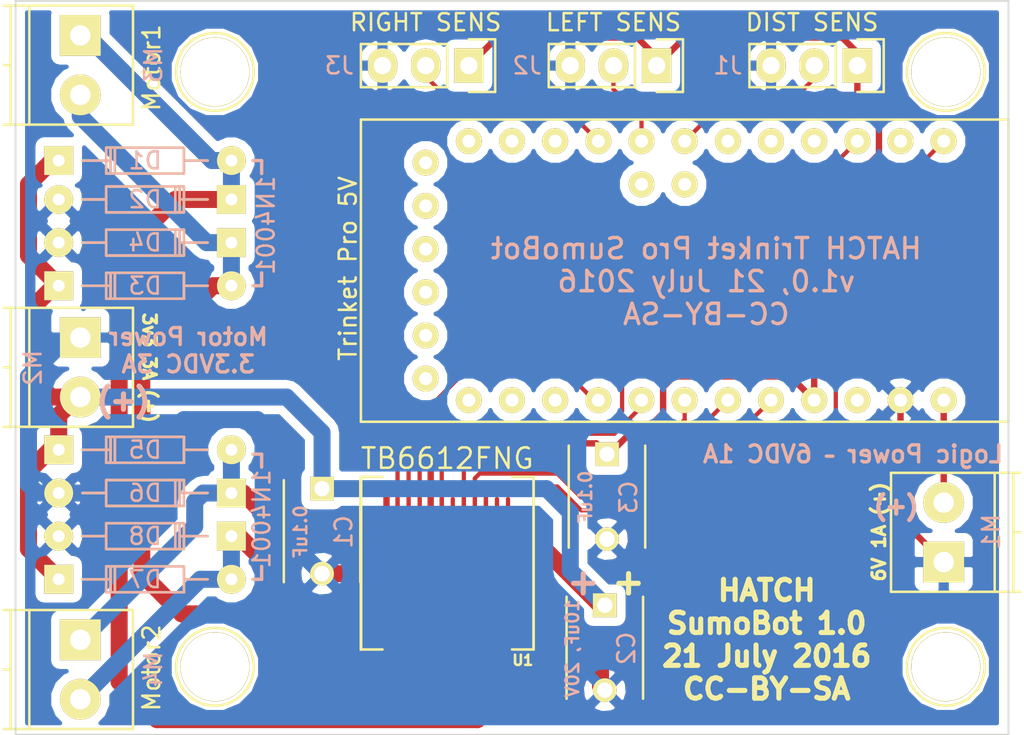
<source format=kicad_pcb>
(kicad_pcb (version 4) (host pcbnew 4.0.2-stable)

  (general
    (links 58)
    (no_connects 0)
    (area 124.505 83.626999 190.305 127.137001)
    (thickness 1.6)
    (drawings 22)
    (tracks 226)
    (zones 0)
    (modules 32)
    (nets 38)
  )

  (page A4)
  (layers
    (0 F.Cu signal)
    (31 B.Cu signal)
    (36 B.SilkS user)
    (37 F.SilkS user)
    (38 B.Mask user)
    (39 F.Mask user)
    (40 Dwgs.User user)
    (41 Cmts.User user)
    (42 Eco1.User user)
    (43 Eco2.User user)
    (44 Edge.Cuts user)
    (45 Margin user)
  )

  (setup
    (last_trace_width 1)
    (user_trace_width 0.25)
    (user_trace_width 0.375)
    (user_trace_width 0.75)
    (user_trace_width 1)
    (trace_clearance 0.2)
    (zone_clearance 0.508)
    (zone_45_only no)
    (trace_min 0.2)
    (segment_width 0.2)
    (edge_width 0.1)
    (via_size 0.6)
    (via_drill 0.4)
    (via_min_size 0.4)
    (via_min_drill 0.3)
    (uvia_size 0.3)
    (uvia_drill 0.1)
    (uvias_allowed no)
    (uvia_min_size 0.2)
    (uvia_min_drill 0.1)
    (pcb_text_width 0.3)
    (pcb_text_size 1.5 1.5)
    (mod_edge_width 0.15)
    (mod_text_size 1 1)
    (mod_text_width 0.15)
    (pad_size 4.064 4.064)
    (pad_drill 4)
    (pad_to_mask_clearance 0)
    (aux_axis_origin 0 0)
    (grid_origin 128.27 127)
    (visible_elements FFFFEF7F)
    (pcbplotparams
      (layerselection 0x01030_80000001)
      (usegerberextensions false)
      (excludeedgelayer true)
      (linewidth 0.100000)
      (plotframeref false)
      (viasonmask false)
      (mode 1)
      (useauxorigin false)
      (hpglpennumber 1)
      (hpglpenspeed 20)
      (hpglpendiameter 15)
      (hpglpenoverlay 2)
      (psnegative false)
      (psa4output false)
      (plotreference true)
      (plotvalue true)
      (plotinvisibletext false)
      (padsonsilk false)
      (subtractmaskfromsilk false)
      (outputformat 4)
      (mirror false)
      (drillshape 0)
      (scaleselection 1)
      (outputdirectory PDF/))
  )

  (net 0 "")
  (net 1 +3V3)
  (net 2 GND)
  (net 3 /V_LOGIC)
  (net 4 /B01_W)
  (net 5 /B02_W)
  (net 6 /A01_W)
  (net 7 /A02_W)
  (net 8 +6V)
  (net 9 /DIST_SIGNAL)
  (net 10 /LEFT_SIGNAL)
  (net 11 /RIGHT_SIGNAL)
  (net 12 /AIN1_W)
  (net 13 /STBY_W)
  (net 14 /BIN1_W)
  (net 15 /BIN2_W)
  (net 16 "Net-(J4-Pad13)")
  (net 17 "Net-(J4-Pad19)")
  (net 18 "Net-(J4-Pad23)")
  (net 19 "Net-(J4-Pad24)")
  (net 20 "Net-(J4-Pad25)")
  (net 21 "Net-(J4-Pad26)")
  (net 22 "Net-(J4-Pad27)")
  (net 23 "Net-(J4-Pad15)")
  (net 24 /AIN2_W)
  (net 25 /PWMB_W)
  (net 26 /PWMA_W)
  (net 27 "Net-(J4-Pad35)")
  (net 28 "Net-(J4-Pad34)")
  (net 29 "Net-(J4-Pad1)")
  (net 30 "Net-(J4-Pad33)")
  (net 31 "Net-(J4-Pad32)")
  (net 32 "Net-(J4-Pad31)")
  (net 33 "Net-(J4-Pad30)")
  (net 34 "Net-(J4-Pad29)")
  (net 35 "Net-(J4-Pad28)")
  (net 36 "Net-(J4-Pad12)")
  (net 37 "Net-(J4-Pad10)")

  (net_class Default "This is the default net class."
    (clearance 0.2)
    (trace_width 0.25)
    (via_dia 0.6)
    (via_drill 0.4)
    (uvia_dia 0.3)
    (uvia_drill 0.1)
    (add_net +3V3)
    (add_net +6V)
    (add_net /A01_W)
    (add_net /A02_W)
    (add_net /AIN1_W)
    (add_net /AIN2_W)
    (add_net /B01_W)
    (add_net /B02_W)
    (add_net /BIN1_W)
    (add_net /BIN2_W)
    (add_net /DIST_SIGNAL)
    (add_net /LEFT_SIGNAL)
    (add_net /PWMA_W)
    (add_net /PWMB_W)
    (add_net /RIGHT_SIGNAL)
    (add_net /STBY_W)
    (add_net /V_LOGIC)
    (add_net GND)
    (add_net "Net-(J4-Pad1)")
    (add_net "Net-(J4-Pad10)")
    (add_net "Net-(J4-Pad12)")
    (add_net "Net-(J4-Pad13)")
    (add_net "Net-(J4-Pad15)")
    (add_net "Net-(J4-Pad19)")
    (add_net "Net-(J4-Pad23)")
    (add_net "Net-(J4-Pad24)")
    (add_net "Net-(J4-Pad25)")
    (add_net "Net-(J4-Pad26)")
    (add_net "Net-(J4-Pad27)")
    (add_net "Net-(J4-Pad28)")
    (add_net "Net-(J4-Pad29)")
    (add_net "Net-(J4-Pad30)")
    (add_net "Net-(J4-Pad31)")
    (add_net "Net-(J4-Pad32)")
    (add_net "Net-(J4-Pad33)")
    (add_net "Net-(J4-Pad34)")
    (add_net "Net-(J4-Pad35)")
  )

  (net_class MotorPower ""
    (clearance 0.3)
    (trace_width 0.75)
    (via_dia 0.6)
    (via_drill 0.4)
    (uvia_dia 0.3)
    (uvia_drill 0.1)
  )

  (module Diodes_ThroughHole:Diode_DO-35_SOD27_Horizontal_RM10 (layer B.Cu) (tedit 579284B7) (tstamp 579287ED)
    (at 140.97 115.316 180)
    (descr "Diode, DO-35,  SOD27, Horizontal, RM 10mm")
    (tags "Diode, DO-35, SOD27, Horizontal, RM 10mm, 1N4148,")
    (path /5781B30D)
    (fp_text reference "" (at 5.08 0 180) (layer F.SilkS)
      (effects (font (size 1 1) (thickness 0.15)))
    )
    (fp_text value "" (at 5.08 1.524 180) (layer B.Fab) hide
      (effects (font (size 1 1) (thickness 0.15)) (justify mirror))
    )
    (fp_line (start 7.36652 0.00254) (end 8.76352 0.00254) (layer B.SilkS) (width 0.15))
    (fp_line (start 2.92152 0.00254) (end 1.39752 0.00254) (layer B.SilkS) (width 0.15))
    (fp_line (start 3.30252 0.76454) (end 3.30252 -0.75946) (layer B.SilkS) (width 0.15))
    (fp_line (start 3.04852 0.76454) (end 3.04852 -0.75946) (layer B.SilkS) (width 0.15))
    (fp_line (start 2.79452 0.00254) (end 2.79452 -0.75946) (layer B.SilkS) (width 0.15))
    (fp_line (start 2.79452 -0.75946) (end 7.36652 -0.75946) (layer B.SilkS) (width 0.15))
    (fp_line (start 7.36652 -0.75946) (end 7.36652 0.76454) (layer B.SilkS) (width 0.15))
    (fp_line (start 7.36652 0.76454) (end 2.79452 0.76454) (layer B.SilkS) (width 0.15))
    (fp_line (start 2.79452 0.76454) (end 2.79452 0.00254) (layer B.SilkS) (width 0.15))
  )

  (module Diodes_ThroughHole:Diode_DO-35_SOD27_Horizontal_RM10 (layer B.Cu) (tedit 579284B7) (tstamp 579287D3)
    (at 130.81 117.856)
    (descr "Diode, DO-35,  SOD27, Horizontal, RM 10mm")
    (tags "Diode, DO-35, SOD27, Horizontal, RM 10mm, 1N4148,")
    (path /5781B30D)
    (fp_text reference "" (at 5.08 0) (layer F.SilkS)
      (effects (font (size 1 1) (thickness 0.15)))
    )
    (fp_text value "" (at 5.08 1.524) (layer B.Fab) hide
      (effects (font (size 1 1) (thickness 0.15)) (justify mirror))
    )
    (fp_line (start 7.36652 0.00254) (end 8.76352 0.00254) (layer B.SilkS) (width 0.15))
    (fp_line (start 2.92152 0.00254) (end 1.39752 0.00254) (layer B.SilkS) (width 0.15))
    (fp_line (start 3.30252 0.76454) (end 3.30252 -0.75946) (layer B.SilkS) (width 0.15))
    (fp_line (start 3.04852 0.76454) (end 3.04852 -0.75946) (layer B.SilkS) (width 0.15))
    (fp_line (start 2.79452 0.00254) (end 2.79452 -0.75946) (layer B.SilkS) (width 0.15))
    (fp_line (start 2.79452 -0.75946) (end 7.36652 -0.75946) (layer B.SilkS) (width 0.15))
    (fp_line (start 7.36652 -0.75946) (end 7.36652 0.76454) (layer B.SilkS) (width 0.15))
    (fp_line (start 7.36652 0.76454) (end 2.79452 0.76454) (layer B.SilkS) (width 0.15))
    (fp_line (start 2.79452 0.76454) (end 2.79452 0.00254) (layer B.SilkS) (width 0.15))
  )

  (module Diodes_ThroughHole:Diode_DO-35_SOD27_Horizontal_RM10 (layer B.Cu) (tedit 579284B7) (tstamp 579287C6)
    (at 140.97 112.776 180)
    (descr "Diode, DO-35,  SOD27, Horizontal, RM 10mm")
    (tags "Diode, DO-35, SOD27, Horizontal, RM 10mm, 1N4148,")
    (path /5781B30D)
    (fp_text reference "" (at 5.08 0 180) (layer F.SilkS)
      (effects (font (size 1 1) (thickness 0.15)))
    )
    (fp_text value "" (at 5.08 1.524 180) (layer B.Fab) hide
      (effects (font (size 1 1) (thickness 0.15)) (justify mirror))
    )
    (fp_line (start 7.36652 0.00254) (end 8.76352 0.00254) (layer B.SilkS) (width 0.15))
    (fp_line (start 2.92152 0.00254) (end 1.39752 0.00254) (layer B.SilkS) (width 0.15))
    (fp_line (start 3.30252 0.76454) (end 3.30252 -0.75946) (layer B.SilkS) (width 0.15))
    (fp_line (start 3.04852 0.76454) (end 3.04852 -0.75946) (layer B.SilkS) (width 0.15))
    (fp_line (start 2.79452 0.00254) (end 2.79452 -0.75946) (layer B.SilkS) (width 0.15))
    (fp_line (start 2.79452 -0.75946) (end 7.36652 -0.75946) (layer B.SilkS) (width 0.15))
    (fp_line (start 7.36652 -0.75946) (end 7.36652 0.76454) (layer B.SilkS) (width 0.15))
    (fp_line (start 7.36652 0.76454) (end 2.79452 0.76454) (layer B.SilkS) (width 0.15))
    (fp_line (start 2.79452 0.76454) (end 2.79452 0.00254) (layer B.SilkS) (width 0.15))
  )

  (module Diodes_ThroughHole:Diode_DO-35_SOD27_Horizontal_RM10 (layer B.Cu) (tedit 579284B7) (tstamp 579287B9)
    (at 140.97 98.044 180)
    (descr "Diode, DO-35,  SOD27, Horizontal, RM 10mm")
    (tags "Diode, DO-35, SOD27, Horizontal, RM 10mm, 1N4148,")
    (path /5781B30D)
    (fp_text reference "" (at 5.08 0 180) (layer F.SilkS)
      (effects (font (size 1 1) (thickness 0.15)))
    )
    (fp_text value "" (at 5.08 1.524 180) (layer B.Fab) hide
      (effects (font (size 1 1) (thickness 0.15)) (justify mirror))
    )
    (fp_line (start 7.36652 0.00254) (end 8.76352 0.00254) (layer B.SilkS) (width 0.15))
    (fp_line (start 2.92152 0.00254) (end 1.39752 0.00254) (layer B.SilkS) (width 0.15))
    (fp_line (start 3.30252 0.76454) (end 3.30252 -0.75946) (layer B.SilkS) (width 0.15))
    (fp_line (start 3.04852 0.76454) (end 3.04852 -0.75946) (layer B.SilkS) (width 0.15))
    (fp_line (start 2.79452 0.00254) (end 2.79452 -0.75946) (layer B.SilkS) (width 0.15))
    (fp_line (start 2.79452 -0.75946) (end 7.36652 -0.75946) (layer B.SilkS) (width 0.15))
    (fp_line (start 7.36652 -0.75946) (end 7.36652 0.76454) (layer B.SilkS) (width 0.15))
    (fp_line (start 7.36652 0.76454) (end 2.79452 0.76454) (layer B.SilkS) (width 0.15))
    (fp_line (start 2.79452 0.76454) (end 2.79452 0.00254) (layer B.SilkS) (width 0.15))
  )

  (module Diodes_ThroughHole:Diode_DO-35_SOD27_Horizontal_RM10 (layer B.Cu) (tedit 579284B7) (tstamp 579287AC)
    (at 130.81 110.236)
    (descr "Diode, DO-35,  SOD27, Horizontal, RM 10mm")
    (tags "Diode, DO-35, SOD27, Horizontal, RM 10mm, 1N4148,")
    (path /5781B30D)
    (fp_text reference "" (at 5.08 0) (layer F.SilkS)
      (effects (font (size 1 1) (thickness 0.15)))
    )
    (fp_text value "" (at 5.08 1.524) (layer B.Fab) hide
      (effects (font (size 1 1) (thickness 0.15)) (justify mirror))
    )
    (fp_line (start 7.36652 0.00254) (end 8.76352 0.00254) (layer B.SilkS) (width 0.15))
    (fp_line (start 2.92152 0.00254) (end 1.39752 0.00254) (layer B.SilkS) (width 0.15))
    (fp_line (start 3.30252 0.76454) (end 3.30252 -0.75946) (layer B.SilkS) (width 0.15))
    (fp_line (start 3.04852 0.76454) (end 3.04852 -0.75946) (layer B.SilkS) (width 0.15))
    (fp_line (start 2.79452 0.00254) (end 2.79452 -0.75946) (layer B.SilkS) (width 0.15))
    (fp_line (start 2.79452 -0.75946) (end 7.36652 -0.75946) (layer B.SilkS) (width 0.15))
    (fp_line (start 7.36652 -0.75946) (end 7.36652 0.76454) (layer B.SilkS) (width 0.15))
    (fp_line (start 7.36652 0.76454) (end 2.79452 0.76454) (layer B.SilkS) (width 0.15))
    (fp_line (start 2.79452 0.76454) (end 2.79452 0.00254) (layer B.SilkS) (width 0.15))
  )

  (module Diodes_ThroughHole:Diode_DO-35_SOD27_Horizontal_RM10 (layer B.Cu) (tedit 579284B7) (tstamp 5792879F)
    (at 130.81 100.584)
    (descr "Diode, DO-35,  SOD27, Horizontal, RM 10mm")
    (tags "Diode, DO-35, SOD27, Horizontal, RM 10mm, 1N4148,")
    (path /5781B30D)
    (fp_text reference "" (at 5.08 0) (layer F.SilkS)
      (effects (font (size 1 1) (thickness 0.15)))
    )
    (fp_text value "" (at 5.08 1.524) (layer B.Fab) hide
      (effects (font (size 1 1) (thickness 0.15)) (justify mirror))
    )
    (fp_line (start 7.36652 0.00254) (end 8.76352 0.00254) (layer B.SilkS) (width 0.15))
    (fp_line (start 2.92152 0.00254) (end 1.39752 0.00254) (layer B.SilkS) (width 0.15))
    (fp_line (start 3.30252 0.76454) (end 3.30252 -0.75946) (layer B.SilkS) (width 0.15))
    (fp_line (start 3.04852 0.76454) (end 3.04852 -0.75946) (layer B.SilkS) (width 0.15))
    (fp_line (start 2.79452 0.00254) (end 2.79452 -0.75946) (layer B.SilkS) (width 0.15))
    (fp_line (start 2.79452 -0.75946) (end 7.36652 -0.75946) (layer B.SilkS) (width 0.15))
    (fp_line (start 7.36652 -0.75946) (end 7.36652 0.76454) (layer B.SilkS) (width 0.15))
    (fp_line (start 7.36652 0.76454) (end 2.79452 0.76454) (layer B.SilkS) (width 0.15))
    (fp_line (start 2.79452 0.76454) (end 2.79452 0.00254) (layer B.SilkS) (width 0.15))
  )

  (module Diodes_ThroughHole:Diode_DO-35_SOD27_Horizontal_RM10 (layer B.Cu) (tedit 579284B7) (tstamp 57928792)
    (at 140.97 95.504 180)
    (descr "Diode, DO-35,  SOD27, Horizontal, RM 10mm")
    (tags "Diode, DO-35, SOD27, Horizontal, RM 10mm, 1N4148,")
    (path /5781B30D)
    (fp_text reference "" (at 5.08 0 180) (layer F.SilkS)
      (effects (font (size 1 1) (thickness 0.15)))
    )
    (fp_text value "" (at 5.08 1.524 180) (layer B.Fab) hide
      (effects (font (size 1 1) (thickness 0.15)) (justify mirror))
    )
    (fp_line (start 7.36652 0.00254) (end 8.76352 0.00254) (layer B.SilkS) (width 0.15))
    (fp_line (start 2.92152 0.00254) (end 1.39752 0.00254) (layer B.SilkS) (width 0.15))
    (fp_line (start 3.30252 0.76454) (end 3.30252 -0.75946) (layer B.SilkS) (width 0.15))
    (fp_line (start 3.04852 0.76454) (end 3.04852 -0.75946) (layer B.SilkS) (width 0.15))
    (fp_line (start 2.79452 0.00254) (end 2.79452 -0.75946) (layer B.SilkS) (width 0.15))
    (fp_line (start 2.79452 -0.75946) (end 7.36652 -0.75946) (layer B.SilkS) (width 0.15))
    (fp_line (start 7.36652 -0.75946) (end 7.36652 0.76454) (layer B.SilkS) (width 0.15))
    (fp_line (start 7.36652 0.76454) (end 2.79452 0.76454) (layer B.SilkS) (width 0.15))
    (fp_line (start 2.79452 0.76454) (end 2.79452 0.00254) (layer B.SilkS) (width 0.15))
  )

  (module Diodes_ThroughHole:Diode_DO-35_SOD27_Horizontal_RM10 (layer B.Cu) (tedit 579284B7) (tstamp 57928721)
    (at 130.81 93.218)
    (descr "Diode, DO-35,  SOD27, Horizontal, RM 10mm")
    (tags "Diode, DO-35, SOD27, Horizontal, RM 10mm, 1N4148,")
    (path /5781B30D)
    (fp_text reference "" (at 5.08 0) (layer F.SilkS)
      (effects (font (size 1 1) (thickness 0.15)))
    )
    (fp_text value "" (at 5.08 1.524) (layer B.Fab) hide
      (effects (font (size 1 1) (thickness 0.15)) (justify mirror))
    )
    (fp_line (start 7.36652 0.00254) (end 8.76352 0.00254) (layer B.SilkS) (width 0.15))
    (fp_line (start 2.92152 0.00254) (end 1.39752 0.00254) (layer B.SilkS) (width 0.15))
    (fp_line (start 3.30252 0.76454) (end 3.30252 -0.75946) (layer B.SilkS) (width 0.15))
    (fp_line (start 3.04852 0.76454) (end 3.04852 -0.75946) (layer B.SilkS) (width 0.15))
    (fp_line (start 2.79452 0.00254) (end 2.79452 -0.75946) (layer B.SilkS) (width 0.15))
    (fp_line (start 2.79452 -0.75946) (end 7.36652 -0.75946) (layer B.SilkS) (width 0.15))
    (fp_line (start 7.36652 -0.75946) (end 7.36652 0.76454) (layer B.SilkS) (width 0.15))
    (fp_line (start 7.36652 0.76454) (end 2.79452 0.76454) (layer B.SilkS) (width 0.15))
    (fp_line (start 2.79452 0.76454) (end 2.79452 0.00254) (layer B.SilkS) (width 0.15))
  )

  (module Connect:1pin (layer F.Cu) (tedit 5791D0ED) (tstamp 57927A05)
    (at 183 88)
    (descr "module 1 pin (ou trou mecanique de percage)")
    (tags DEV)
    (fp_text reference "" (at 0 -3.048) (layer F.SilkS)
      (effects (font (size 1 1) (thickness 0.15)))
    )
    (fp_text value "" (at 0 2.794) (layer F.Fab)
      (effects (font (size 1 1) (thickness 0.15)))
    )
    (fp_circle (center 0 0) (end 0 -2.286) (layer F.SilkS) (width 0.15))
    (pad "" thru_hole circle (at 0 0) (size 4.064 4.064) (drill 4) (layers *.Cu *.Mask F.SilkS))
  )

  (module ArduinoFootprints:Trinket_Pro_5V (layer F.Cu) (tedit 579285E9) (tstamp 57919844)
    (at 186.69 90.805 270)
    (path /578280CB)
    (fp_text reference J4 (at 7.62 -2.04 270) (layer F.SilkS) hide
      (effects (font (size 1 1) (thickness 0.15)))
    )
    (fp_text value "Trinket Pro 5V" (at 8.763 38.862 450) (layer F.SilkS)
      (effects (font (size 1 1) (thickness 0.15)))
    )
    (fp_line (start 0 0) (end 17.78 0) (layer F.SilkS) (width 0.15))
    (fp_line (start 17.78 0) (end 17.78 38.1) (layer F.SilkS) (width 0.15))
    (fp_line (start 17.78 38.1) (end 0 38.1) (layer F.SilkS) (width 0.15))
    (fp_line (start 0 38.1) (end 0 0) (layer F.SilkS) (width 0.15))
    (pad 9 thru_hole circle (at 1.27 3.81 270) (size 1.524 1.524) (drill 0.762) (layers *.Cu *.Mask F.SilkS)
      (net 25 /PWMB_W))
    (pad 10 thru_hole circle (at 1.27 6.35 270) (size 1.524 1.524) (drill 0.762) (layers *.Cu *.Mask F.SilkS)
      (net 37 "Net-(J4-Pad10)"))
    (pad 11 thru_hole circle (at 1.27 8.89 270) (size 1.524 1.524) (drill 0.762) (layers *.Cu *.Mask F.SilkS)
      (net 24 /AIN2_W))
    (pad 12 thru_hole circle (at 1.27 11.43 270) (size 1.524 1.524) (drill 0.762) (layers *.Cu *.Mask F.SilkS)
      (net 36 "Net-(J4-Pad12)"))
    (pad 13 thru_hole circle (at 1.27 13.97 270) (size 1.524 1.524) (drill 0.762) (layers *.Cu *.Mask F.SilkS)
      (net 16 "Net-(J4-Pad13)"))
    (pad 19 thru_hole circle (at 1.27 16.51 270) (size 1.524 1.524) (drill 0.762) (layers *.Cu *.Mask F.SilkS)
      (net 17 "Net-(J4-Pad19)"))
    (pad 20 thru_hole circle (at 1.27 19.05 270) (size 1.524 1.524) (drill 0.762) (layers *.Cu *.Mask F.SilkS)
      (net 9 /DIST_SIGNAL))
    (pad 21 thru_hole circle (at 1.27 21.59 270) (size 1.524 1.524) (drill 0.762) (layers *.Cu *.Mask F.SilkS)
      (net 10 /LEFT_SIGNAL))
    (pad 22 thru_hole circle (at 1.27 24.13 270) (size 1.524 1.524) (drill 0.762) (layers *.Cu *.Mask F.SilkS)
      (net 11 /RIGHT_SIGNAL))
    (pad 23 thru_hole circle (at 1.27 26.67 270) (size 1.524 1.524) (drill 0.762) (layers *.Cu *.Mask F.SilkS)
      (net 18 "Net-(J4-Pad23)"))
    (pad 24 thru_hole circle (at 1.27 29.21 270) (size 1.524 1.524) (drill 0.762) (layers *.Cu *.Mask F.SilkS)
      (net 19 "Net-(J4-Pad24)"))
    (pad 25 thru_hole circle (at 1.27 31.75 270) (size 1.524 1.524) (drill 0.762) (layers *.Cu *.Mask F.SilkS)
      (net 20 "Net-(J4-Pad25)"))
    (pad 26 thru_hole circle (at 3.81 19.05 270) (size 1.524 1.524) (drill 0.762) (layers *.Cu *.Mask F.SilkS)
      (net 21 "Net-(J4-Pad26)"))
    (pad 27 thru_hole circle (at 3.81 21.59 270) (size 1.524 1.524) (drill 0.762) (layers *.Cu *.Mask F.SilkS)
      (net 22 "Net-(J4-Pad27)"))
    (pad 17 thru_hole circle (at 16.51 3.81 270) (size 1.524 1.524) (drill 0.762) (layers *.Cu *.Mask F.SilkS)
      (net 8 +6V))
    (pad 16 thru_hole circle (at 16.51 6.35 270) (size 1.524 1.524) (drill 0.762) (layers *.Cu *.Mask F.SilkS)
      (net 2 GND))
    (pad 15 thru_hole circle (at 16.51 8.89 270) (size 1.524 1.524) (drill 0.762) (layers *.Cu *.Mask F.SilkS)
      (net 23 "Net-(J4-Pad15)"))
    (pad 14 thru_hole circle (at 16.51 11.43 270) (size 1.524 1.524) (drill 0.762) (layers *.Cu *.Mask F.SilkS)
      (net 3 /V_LOGIC))
    (pad 8 thru_hole circle (at 16.51 13.97 270) (size 1.524 1.524) (drill 0.762) (layers *.Cu *.Mask F.SilkS)
      (net 15 /BIN2_W))
    (pad 6 thru_hole circle (at 16.51 16.51 270) (size 1.524 1.524) (drill 0.762) (layers *.Cu *.Mask F.SilkS)
      (net 14 /BIN1_W))
    (pad 5 thru_hole circle (at 16.51 19.05 270) (size 1.524 1.524) (drill 0.762) (layers *.Cu *.Mask F.SilkS)
      (net 13 /STBY_W))
    (pad 4 thru_hole circle (at 16.51 21.59 270) (size 1.524 1.524) (drill 0.762) (layers *.Cu *.Mask F.SilkS)
      (net 12 /AIN1_W))
    (pad 3 thru_hole circle (at 16.51 24.13 270) (size 1.524 1.524) (drill 0.762) (layers *.Cu *.Mask F.SilkS)
      (net 26 /PWMA_W))
    (pad 35 thru_hole circle (at 16.51 26.67 270) (size 1.524 1.524) (drill 0.762) (layers *.Cu *.Mask F.SilkS)
      (net 27 "Net-(J4-Pad35)"))
    (pad 34 thru_hole circle (at 16.51 29.21 270) (size 1.524 1.524) (drill 0.762) (layers *.Cu *.Mask F.SilkS)
      (net 28 "Net-(J4-Pad34)"))
    (pad 1 thru_hole circle (at 16.51 31.75 270) (size 1.524 1.524) (drill 0.762) (layers *.Cu *.Mask F.SilkS)
      (net 29 "Net-(J4-Pad1)"))
    (pad 33 thru_hole circle (at 15.24 34.29 270) (size 1.524 1.524) (drill 0.762) (layers *.Cu *.Mask F.SilkS)
      (net 30 "Net-(J4-Pad33)"))
    (pad 32 thru_hole circle (at 12.7 34.29 270) (size 1.524 1.524) (drill 0.762) (layers *.Cu *.Mask F.SilkS)
      (net 31 "Net-(J4-Pad32)"))
    (pad 31 thru_hole circle (at 10.16 34.29 270) (size 1.524 1.524) (drill 0.762) (layers *.Cu *.Mask F.SilkS)
      (net 32 "Net-(J4-Pad31)"))
    (pad 30 thru_hole circle (at 7.62 34.29 270) (size 1.524 1.524) (drill 0.762) (layers *.Cu *.Mask F.SilkS)
      (net 33 "Net-(J4-Pad30)"))
    (pad 29 thru_hole circle (at 5.08 34.29 270) (size 1.524 1.524) (drill 0.762) (layers *.Cu *.Mask F.SilkS)
      (net 34 "Net-(J4-Pad29)"))
    (pad 28 thru_hole circle (at 2.54 34.29 270) (size 1.524 1.524) (drill 0.762) (layers *.Cu *.Mask F.SilkS)
      (net 35 "Net-(J4-Pad28)"))
  )

  (module Connect:1pin (layer F.Cu) (tedit 5791D0ED) (tstamp 579351E5)
    (at 140 123)
    (descr "module 1 pin (ou trou mecanique de percage)")
    (tags DEV)
    (fp_text reference "" (at 0 -3.048) (layer F.SilkS)
      (effects (font (size 1 1) (thickness 0.15)))
    )
    (fp_text value "" (at 0 2.794) (layer F.Fab)
      (effects (font (size 1 1) (thickness 0.15)))
    )
    (fp_circle (center 0 0) (end 0 -2.286) (layer F.SilkS) (width 0.15))
    (pad "" thru_hole circle (at 0 0) (size 4.064 4.064) (drill 4) (layers *.Cu *.Mask F.SilkS))
  )

  (module Connect:1pin (layer F.Cu) (tedit 5791D0ED) (tstamp 579351C8)
    (at 183 123)
    (descr "module 1 pin (ou trou mecanique de percage)")
    (tags DEV)
    (fp_text reference "" (at 0 -3.048) (layer F.SilkS)
      (effects (font (size 1 1) (thickness 0.15)))
    )
    (fp_text value "" (at 0 2.794) (layer F.Fab)
      (effects (font (size 1 1) (thickness 0.15)))
    )
    (fp_circle (center 0 0) (end 0 -2.286) (layer F.SilkS) (width 0.15))
    (pad "" thru_hole circle (at 0 0) (size 4.064 4.064) (drill 4) (layers *.Cu *.Mask F.SilkS))
  )

  (module Diodes_ThroughHole:Diode_DO-35_SOD27_Horizontal_RM10 (layer F.Cu) (tedit 579281E8) (tstamp 579197E1)
    (at 130.81 93.218)
    (descr "Diode, DO-35,  SOD27, Horizontal, RM 10mm")
    (tags "Diode, DO-35, SOD27, Horizontal, RM 10mm, 1N4148,")
    (path /5781B30D)
    (fp_text reference D1 (at 5.08 0 180) (layer B.SilkS)
      (effects (font (size 1 1) (thickness 0.15)) (justify mirror))
    )
    (fp_text value 1N4001 (at 5.08 -1.524) (layer F.Fab) hide
      (effects (font (size 1 1) (thickness 0.15)))
    )
    (fp_line (start 7.36652 -0.00254) (end 8.76352 -0.00254) (layer F.SilkS) (width 0.15))
    (fp_line (start 2.92152 -0.00254) (end 1.39752 -0.00254) (layer F.SilkS) (width 0.15))
    (fp_line (start 3.30252 -0.76454) (end 3.30252 0.75946) (layer F.SilkS) (width 0.15))
    (fp_line (start 3.04852 -0.76454) (end 3.04852 0.75946) (layer F.SilkS) (width 0.15))
    (fp_line (start 2.79452 -0.00254) (end 2.79452 0.75946) (layer F.SilkS) (width 0.15))
    (fp_line (start 2.79452 0.75946) (end 7.36652 0.75946) (layer F.SilkS) (width 0.15))
    (fp_line (start 7.36652 0.75946) (end 7.36652 -0.76454) (layer F.SilkS) (width 0.15))
    (fp_line (start 7.36652 -0.76454) (end 2.79452 -0.76454) (layer F.SilkS) (width 0.15))
    (fp_line (start 2.79452 -0.76454) (end 2.79452 -0.00254) (layer F.SilkS) (width 0.15))
    (pad 2 thru_hole circle (at 10.16052 -0.00254 180) (size 1.69926 1.69926) (drill 0.70104) (layers *.Cu *.Mask F.SilkS)
      (net 4 /B01_W))
    (pad 1 thru_hole rect (at 0.00052 -0.00254 180) (size 1.69926 1.69926) (drill 0.70104) (layers *.Cu *.Mask F.SilkS)
      (net 1 +3V3))
    (model Diodes_ThroughHole.3dshapes/Diode_DO-35_SOD27_Horizontal_RM10.wrl
      (at (xyz 0.2 0 0))
      (scale (xyz 0.4 0.4 0.4))
      (rotate (xyz 0 0 180))
    )
  )

  (module Diodes_ThroughHole:Diode_DO-35_SOD27_Horizontal_RM10 (layer F.Cu) (tedit 579281EE) (tstamp 579197E7)
    (at 140.97 95.504 180)
    (descr "Diode, DO-35,  SOD27, Horizontal, RM 10mm")
    (tags "Diode, DO-35, SOD27, Horizontal, RM 10mm, 1N4148,")
    (path /5781B3C5)
    (fp_text reference D2 (at 5.08 0 360) (layer B.SilkS)
      (effects (font (size 1 1) (thickness 0.15)) (justify mirror))
    )
    (fp_text value 1N4001 (at 5.08 3.81 180) (layer F.Fab) hide
      (effects (font (size 1 1) (thickness 0.15)))
    )
    (fp_line (start 7.36652 -0.00254) (end 8.76352 -0.00254) (layer F.SilkS) (width 0.15))
    (fp_line (start 2.92152 -0.00254) (end 1.39752 -0.00254) (layer F.SilkS) (width 0.15))
    (fp_line (start 3.30252 -0.76454) (end 3.30252 0.75946) (layer F.SilkS) (width 0.15))
    (fp_line (start 3.04852 -0.76454) (end 3.04852 0.75946) (layer F.SilkS) (width 0.15))
    (fp_line (start 2.79452 -0.00254) (end 2.79452 0.75946) (layer F.SilkS) (width 0.15))
    (fp_line (start 2.79452 0.75946) (end 7.36652 0.75946) (layer F.SilkS) (width 0.15))
    (fp_line (start 7.36652 0.75946) (end 7.36652 -0.76454) (layer F.SilkS) (width 0.15))
    (fp_line (start 7.36652 -0.76454) (end 2.79452 -0.76454) (layer F.SilkS) (width 0.15))
    (fp_line (start 2.79452 -0.76454) (end 2.79452 -0.00254) (layer F.SilkS) (width 0.15))
    (pad 2 thru_hole circle (at 10.16052 -0.00254) (size 1.69926 1.69926) (drill 0.70104) (layers *.Cu *.Mask F.SilkS)
      (net 2 GND))
    (pad 1 thru_hole rect (at 0.00052 -0.00254) (size 1.69926 1.69926) (drill 0.70104) (layers *.Cu *.Mask F.SilkS)
      (net 4 /B01_W))
    (model Diodes_ThroughHole.3dshapes/Diode_DO-35_SOD27_Horizontal_RM10.wrl
      (at (xyz 0.2 0 0))
      (scale (xyz 0.4 0.4 0.4))
      (rotate (xyz 0 0 180))
    )
  )

  (module Diodes_ThroughHole:Diode_DO-35_SOD27_Horizontal_RM10 (layer F.Cu) (tedit 579281E2) (tstamp 579197ED)
    (at 130.81 100.584)
    (descr "Diode, DO-35,  SOD27, Horizontal, RM 10mm")
    (tags "Diode, DO-35, SOD27, Horizontal, RM 10mm, 1N4148,")
    (path /5781B35A)
    (fp_text reference D3 (at 5.08 0 180) (layer B.SilkS)
      (effects (font (size 1 1) (thickness 0.15)) (justify mirror))
    )
    (fp_text value 1N4001 (at 5.08 1.27) (layer F.Fab) hide
      (effects (font (size 1 1) (thickness 0.15)))
    )
    (fp_line (start 7.36652 -0.00254) (end 8.76352 -0.00254) (layer F.SilkS) (width 0.15))
    (fp_line (start 2.92152 -0.00254) (end 1.39752 -0.00254) (layer F.SilkS) (width 0.15))
    (fp_line (start 3.30252 -0.76454) (end 3.30252 0.75946) (layer F.SilkS) (width 0.15))
    (fp_line (start 3.04852 -0.76454) (end 3.04852 0.75946) (layer F.SilkS) (width 0.15))
    (fp_line (start 2.79452 -0.00254) (end 2.79452 0.75946) (layer F.SilkS) (width 0.15))
    (fp_line (start 2.79452 0.75946) (end 7.36652 0.75946) (layer F.SilkS) (width 0.15))
    (fp_line (start 7.36652 0.75946) (end 7.36652 -0.76454) (layer F.SilkS) (width 0.15))
    (fp_line (start 7.36652 -0.76454) (end 2.79452 -0.76454) (layer F.SilkS) (width 0.15))
    (fp_line (start 2.79452 -0.76454) (end 2.79452 -0.00254) (layer F.SilkS) (width 0.15))
    (pad 2 thru_hole circle (at 10.16052 -0.00254 180) (size 1.69926 1.69926) (drill 0.70104) (layers *.Cu *.Mask F.SilkS)
      (net 5 /B02_W))
    (pad 1 thru_hole rect (at 0.00052 -0.00254 180) (size 1.69926 1.69926) (drill 0.70104) (layers *.Cu *.Mask F.SilkS)
      (net 1 +3V3))
    (model Diodes_ThroughHole.3dshapes/Diode_DO-35_SOD27_Horizontal_RM10.wrl
      (at (xyz 0.2 0 0))
      (scale (xyz 0.4 0.4 0.4))
      (rotate (xyz 0 0 180))
    )
  )

  (module Diodes_ThroughHole:Diode_DO-35_SOD27_Horizontal_RM10 (layer F.Cu) (tedit 5792820B) (tstamp 579197F3)
    (at 140.97 98.044 180)
    (descr "Diode, DO-35,  SOD27, Horizontal, RM 10mm")
    (tags "Diode, DO-35, SOD27, Horizontal, RM 10mm, 1N4148,")
    (path /5781B3EE)
    (fp_text reference D4 (at 5.08 0 180) (layer B.SilkS)
      (effects (font (size 1 1) (thickness 0.15)) (justify mirror))
    )
    (fp_text value 1N4001 (at -2.032 1.016 270) (layer B.SilkS)
      (effects (font (size 1 1) (thickness 0.15)) (justify mirror))
    )
    (fp_line (start 7.36652 -0.00254) (end 8.76352 -0.00254) (layer F.SilkS) (width 0.15))
    (fp_line (start 2.92152 -0.00254) (end 1.39752 -0.00254) (layer F.SilkS) (width 0.15))
    (fp_line (start 3.30252 -0.76454) (end 3.30252 0.75946) (layer F.SilkS) (width 0.15))
    (fp_line (start 3.04852 -0.76454) (end 3.04852 0.75946) (layer F.SilkS) (width 0.15))
    (fp_line (start 2.79452 -0.00254) (end 2.79452 0.75946) (layer F.SilkS) (width 0.15))
    (fp_line (start 2.79452 0.75946) (end 7.36652 0.75946) (layer F.SilkS) (width 0.15))
    (fp_line (start 7.36652 0.75946) (end 7.36652 -0.76454) (layer F.SilkS) (width 0.15))
    (fp_line (start 7.36652 -0.76454) (end 2.79452 -0.76454) (layer F.SilkS) (width 0.15))
    (fp_line (start 2.79452 -0.76454) (end 2.79452 -0.00254) (layer F.SilkS) (width 0.15))
    (pad 2 thru_hole circle (at 10.16052 -0.00254) (size 1.69926 1.69926) (drill 0.70104) (layers *.Cu *.Mask F.SilkS)
      (net 2 GND))
    (pad 1 thru_hole rect (at 0.00052 -0.00254) (size 1.69926 1.69926) (drill 0.70104) (layers *.Cu *.Mask F.SilkS)
      (net 5 /B02_W))
    (model Diodes_ThroughHole.3dshapes/Diode_DO-35_SOD27_Horizontal_RM10.wrl
      (at (xyz 0.2 0 0))
      (scale (xyz 0.4 0.4 0.4))
      (rotate (xyz 0 0 180))
    )
  )

  (module Diodes_ThroughHole:Diode_DO-35_SOD27_Horizontal_RM10 (layer F.Cu) (tedit 57928431) (tstamp 579197F9)
    (at 130.81 110.236)
    (descr "Diode, DO-35,  SOD27, Horizontal, RM 10mm")
    (tags "Diode, DO-35, SOD27, Horizontal, RM 10mm, 1N4148,")
    (path /5781B43A)
    (fp_text reference D5 (at 5.08 0 180) (layer B.SilkS)
      (effects (font (size 1 1) (thickness 0.15)) (justify mirror))
    )
    (fp_text value 1N4001 (at 5.08 -1.27) (layer F.Fab) hide
      (effects (font (size 1 1) (thickness 0.15)))
    )
    (fp_line (start 7.36652 -0.00254) (end 8.76352 -0.00254) (layer F.SilkS) (width 0.15))
    (fp_line (start 2.92152 -0.00254) (end 1.39752 -0.00254) (layer F.SilkS) (width 0.15))
    (fp_line (start 3.30252 -0.76454) (end 3.30252 0.75946) (layer F.SilkS) (width 0.15))
    (fp_line (start 3.04852 -0.76454) (end 3.04852 0.75946) (layer F.SilkS) (width 0.15))
    (fp_line (start 2.79452 -0.00254) (end 2.79452 0.75946) (layer F.SilkS) (width 0.15))
    (fp_line (start 2.79452 0.75946) (end 7.36652 0.75946) (layer F.SilkS) (width 0.15))
    (fp_line (start 7.36652 0.75946) (end 7.36652 -0.76454) (layer F.SilkS) (width 0.15))
    (fp_line (start 7.36652 -0.76454) (end 2.79452 -0.76454) (layer F.SilkS) (width 0.15))
    (fp_line (start 2.79452 -0.76454) (end 2.79452 -0.00254) (layer F.SilkS) (width 0.15))
    (pad 2 thru_hole circle (at 10.16052 -0.00254 180) (size 1.69926 1.69926) (drill 0.70104) (layers *.Cu *.Mask F.SilkS)
      (net 6 /A01_W))
    (pad 1 thru_hole rect (at 0.00052 -0.00254 180) (size 1.69926 1.69926) (drill 0.70104) (layers *.Cu *.Mask F.SilkS)
      (net 1 +3V3))
    (model Diodes_ThroughHole.3dshapes/Diode_DO-35_SOD27_Horizontal_RM10.wrl
      (at (xyz 0.2 0 0))
      (scale (xyz 0.4 0.4 0.4))
      (rotate (xyz 0 0 180))
    )
  )

  (module Diodes_ThroughHole:Diode_DO-35_SOD27_Horizontal_RM10 (layer F.Cu) (tedit 57928438) (tstamp 579197FF)
    (at 140.97 112.776 180)
    (descr "Diode, DO-35,  SOD27, Horizontal, RM 10mm")
    (tags "Diode, DO-35, SOD27, Horizontal, RM 10mm, 1N4148,")
    (path /5781B482)
    (fp_text reference D6 (at 5.08 0 360) (layer B.SilkS)
      (effects (font (size 1 1) (thickness 0.15)) (justify mirror))
    )
    (fp_text value 1N4001 (at 5.08 -6.35 180) (layer F.Fab) hide
      (effects (font (size 1 1) (thickness 0.15)))
    )
    (fp_line (start 7.36652 -0.00254) (end 8.76352 -0.00254) (layer F.SilkS) (width 0.15))
    (fp_line (start 2.92152 -0.00254) (end 1.39752 -0.00254) (layer F.SilkS) (width 0.15))
    (fp_line (start 3.30252 -0.76454) (end 3.30252 0.75946) (layer F.SilkS) (width 0.15))
    (fp_line (start 3.04852 -0.76454) (end 3.04852 0.75946) (layer F.SilkS) (width 0.15))
    (fp_line (start 2.79452 -0.00254) (end 2.79452 0.75946) (layer F.SilkS) (width 0.15))
    (fp_line (start 2.79452 0.75946) (end 7.36652 0.75946) (layer F.SilkS) (width 0.15))
    (fp_line (start 7.36652 0.75946) (end 7.36652 -0.76454) (layer F.SilkS) (width 0.15))
    (fp_line (start 7.36652 -0.76454) (end 2.79452 -0.76454) (layer F.SilkS) (width 0.15))
    (fp_line (start 2.79452 -0.76454) (end 2.79452 -0.00254) (layer F.SilkS) (width 0.15))
    (pad 2 thru_hole circle (at 10.16052 -0.00254) (size 1.69926 1.69926) (drill 0.70104) (layers *.Cu *.Mask F.SilkS)
      (net 2 GND))
    (pad 1 thru_hole rect (at 0.00052 -0.00254) (size 1.69926 1.69926) (drill 0.70104) (layers *.Cu *.Mask F.SilkS)
      (net 6 /A01_W))
    (model Diodes_ThroughHole.3dshapes/Diode_DO-35_SOD27_Horizontal_RM10.wrl
      (at (xyz 0.2 0 0))
      (scale (xyz 0.4 0.4 0.4))
      (rotate (xyz 0 0 180))
    )
  )

  (module Diodes_ThroughHole:Diode_DO-35_SOD27_Horizontal_RM10 (layer F.Cu) (tedit 57928446) (tstamp 57919805)
    (at 130.81 117.856)
    (descr "Diode, DO-35,  SOD27, Horizontal, RM 10mm")
    (tags "Diode, DO-35, SOD27, Horizontal, RM 10mm, 1N4148,")
    (path /5781B419)
    (fp_text reference D7 (at 5.08 0 180) (layer B.SilkS)
      (effects (font (size 1 1) (thickness 0.15)) (justify mirror))
    )
    (fp_text value 1N4001 (at 11.938 -3.556 90) (layer B.SilkS)
      (effects (font (size 1 1) (thickness 0.15)) (justify mirror))
    )
    (fp_line (start 7.36652 -0.00254) (end 8.76352 -0.00254) (layer F.SilkS) (width 0.15))
    (fp_line (start 2.92152 -0.00254) (end 1.39752 -0.00254) (layer F.SilkS) (width 0.15))
    (fp_line (start 3.30252 -0.76454) (end 3.30252 0.75946) (layer F.SilkS) (width 0.15))
    (fp_line (start 3.04852 -0.76454) (end 3.04852 0.75946) (layer F.SilkS) (width 0.15))
    (fp_line (start 2.79452 -0.00254) (end 2.79452 0.75946) (layer F.SilkS) (width 0.15))
    (fp_line (start 2.79452 0.75946) (end 7.36652 0.75946) (layer F.SilkS) (width 0.15))
    (fp_line (start 7.36652 0.75946) (end 7.36652 -0.76454) (layer F.SilkS) (width 0.15))
    (fp_line (start 7.36652 -0.76454) (end 2.79452 -0.76454) (layer F.SilkS) (width 0.15))
    (fp_line (start 2.79452 -0.76454) (end 2.79452 -0.00254) (layer F.SilkS) (width 0.15))
    (pad 2 thru_hole circle (at 10.16052 -0.00254 180) (size 1.69926 1.69926) (drill 0.70104) (layers *.Cu *.Mask F.SilkS)
      (net 7 /A02_W))
    (pad 1 thru_hole rect (at 0.00052 -0.00254 180) (size 1.69926 1.69926) (drill 0.70104) (layers *.Cu *.Mask F.SilkS)
      (net 1 +3V3))
    (model Diodes_ThroughHole.3dshapes/Diode_DO-35_SOD27_Horizontal_RM10.wrl
      (at (xyz 0.2 0 0))
      (scale (xyz 0.4 0.4 0.4))
      (rotate (xyz 0 0 180))
    )
  )

  (module Diodes_ThroughHole:Diode_DO-35_SOD27_Horizontal_RM10 (layer F.Cu) (tedit 57928440) (tstamp 5791980B)
    (at 140.97 115.316 180)
    (descr "Diode, DO-35,  SOD27, Horizontal, RM 10mm")
    (tags "Diode, DO-35, SOD27, Horizontal, RM 10mm, 1N4148,")
    (path /5781B45D)
    (fp_text reference D8 (at 5.08 0 360) (layer B.SilkS)
      (effects (font (size 1 1) (thickness 0.15)) (justify mirror))
    )
    (fp_text value 1N4001 (at 5.08 6.35 180) (layer F.Fab) hide
      (effects (font (size 1 1) (thickness 0.15)))
    )
    (fp_line (start 7.36652 -0.00254) (end 8.76352 -0.00254) (layer F.SilkS) (width 0.15))
    (fp_line (start 2.92152 -0.00254) (end 1.39752 -0.00254) (layer F.SilkS) (width 0.15))
    (fp_line (start 3.30252 -0.76454) (end 3.30252 0.75946) (layer F.SilkS) (width 0.15))
    (fp_line (start 3.04852 -0.76454) (end 3.04852 0.75946) (layer F.SilkS) (width 0.15))
    (fp_line (start 2.79452 -0.00254) (end 2.79452 0.75946) (layer F.SilkS) (width 0.15))
    (fp_line (start 2.79452 0.75946) (end 7.36652 0.75946) (layer F.SilkS) (width 0.15))
    (fp_line (start 7.36652 0.75946) (end 7.36652 -0.76454) (layer F.SilkS) (width 0.15))
    (fp_line (start 7.36652 -0.76454) (end 2.79452 -0.76454) (layer F.SilkS) (width 0.15))
    (fp_line (start 2.79452 -0.76454) (end 2.79452 -0.00254) (layer F.SilkS) (width 0.15))
    (pad 2 thru_hole circle (at 10.16052 -0.00254) (size 1.69926 1.69926) (drill 0.70104) (layers *.Cu *.Mask F.SilkS)
      (net 2 GND))
    (pad 1 thru_hole rect (at 0.00052 -0.00254) (size 1.69926 1.69926) (drill 0.70104) (layers *.Cu *.Mask F.SilkS)
      (net 7 /A02_W))
    (model Diodes_ThroughHole.3dshapes/Diode_DO-35_SOD27_Horizontal_RM10.wrl
      (at (xyz 0.2 0 0))
      (scale (xyz 0.4 0.4 0.4))
      (rotate (xyz 0 0 180))
    )
  )

  (module Pin_Headers:Pin_Header_Straight_1x03 (layer F.Cu) (tedit 5791D4AC) (tstamp 57919812)
    (at 177.8 87.63 270)
    (descr "Through hole pin header")
    (tags "pin header")
    (path /57829615)
    (fp_text reference J1 (at 0 7.62 360) (layer B.SilkS)
      (effects (font (size 1 1) (thickness 0.15)) (justify mirror))
    )
    (fp_text value "DIST SENS" (at -2.54 2.667 360) (layer F.SilkS)
      (effects (font (size 1 1) (thickness 0.15)))
    )
    (fp_line (start -1.75 -1.75) (end -1.75 6.85) (layer F.CrtYd) (width 0.05))
    (fp_line (start 1.75 -1.75) (end 1.75 6.85) (layer F.CrtYd) (width 0.05))
    (fp_line (start -1.75 -1.75) (end 1.75 -1.75) (layer F.CrtYd) (width 0.05))
    (fp_line (start -1.75 6.85) (end 1.75 6.85) (layer F.CrtYd) (width 0.05))
    (fp_line (start -1.27 1.27) (end -1.27 6.35) (layer F.SilkS) (width 0.15))
    (fp_line (start -1.27 6.35) (end 1.27 6.35) (layer F.SilkS) (width 0.15))
    (fp_line (start 1.27 6.35) (end 1.27 1.27) (layer F.SilkS) (width 0.15))
    (fp_line (start 1.55 -1.55) (end 1.55 0) (layer F.SilkS) (width 0.15))
    (fp_line (start 1.27 1.27) (end -1.27 1.27) (layer F.SilkS) (width 0.15))
    (fp_line (start -1.55 0) (end -1.55 -1.55) (layer F.SilkS) (width 0.15))
    (fp_line (start -1.55 -1.55) (end 1.55 -1.55) (layer F.SilkS) (width 0.15))
    (pad 1 thru_hole rect (at 0 0 270) (size 2.032 1.7272) (drill 1.016) (layers *.Cu *.Mask F.SilkS)
      (net 3 /V_LOGIC))
    (pad 2 thru_hole oval (at 0 2.54 270) (size 2.032 1.7272) (drill 1.016) (layers *.Cu *.Mask F.SilkS)
      (net 9 /DIST_SIGNAL))
    (pad 3 thru_hole oval (at 0 5.08 270) (size 2.032 1.7272) (drill 1.016) (layers *.Cu *.Mask F.SilkS)
      (net 2 GND))
    (model Pin_Headers.3dshapes/Pin_Header_Straight_1x03.wrl
      (at (xyz 0 -0.1 0))
      (scale (xyz 1 1 1))
      (rotate (xyz 0 0 90))
    )
  )

  (module Pin_Headers:Pin_Header_Straight_1x03 (layer F.Cu) (tedit 5791D4B2) (tstamp 57919819)
    (at 165.989 87.63 270)
    (descr "Through hole pin header")
    (tags "pin header")
    (path /57829670)
    (fp_text reference J2 (at 0 7.62 360) (layer B.SilkS)
      (effects (font (size 1 1) (thickness 0.15)) (justify mirror))
    )
    (fp_text value "LEFT SENS" (at -2.54 2.54 360) (layer F.SilkS)
      (effects (font (size 1 1) (thickness 0.15)))
    )
    (fp_line (start -1.75 -1.75) (end -1.75 6.85) (layer F.CrtYd) (width 0.05))
    (fp_line (start 1.75 -1.75) (end 1.75 6.85) (layer F.CrtYd) (width 0.05))
    (fp_line (start -1.75 -1.75) (end 1.75 -1.75) (layer F.CrtYd) (width 0.05))
    (fp_line (start -1.75 6.85) (end 1.75 6.85) (layer F.CrtYd) (width 0.05))
    (fp_line (start -1.27 1.27) (end -1.27 6.35) (layer F.SilkS) (width 0.15))
    (fp_line (start -1.27 6.35) (end 1.27 6.35) (layer F.SilkS) (width 0.15))
    (fp_line (start 1.27 6.35) (end 1.27 1.27) (layer F.SilkS) (width 0.15))
    (fp_line (start 1.55 -1.55) (end 1.55 0) (layer F.SilkS) (width 0.15))
    (fp_line (start 1.27 1.27) (end -1.27 1.27) (layer F.SilkS) (width 0.15))
    (fp_line (start -1.55 0) (end -1.55 -1.55) (layer F.SilkS) (width 0.15))
    (fp_line (start -1.55 -1.55) (end 1.55 -1.55) (layer F.SilkS) (width 0.15))
    (pad 1 thru_hole rect (at 0 0 270) (size 2.032 1.7272) (drill 1.016) (layers *.Cu *.Mask F.SilkS)
      (net 3 /V_LOGIC))
    (pad 2 thru_hole oval (at 0 2.54 270) (size 2.032 1.7272) (drill 1.016) (layers *.Cu *.Mask F.SilkS)
      (net 10 /LEFT_SIGNAL))
    (pad 3 thru_hole oval (at 0 5.08 270) (size 2.032 1.7272) (drill 1.016) (layers *.Cu *.Mask F.SilkS)
      (net 2 GND))
    (model Pin_Headers.3dshapes/Pin_Header_Straight_1x03.wrl
      (at (xyz 0 -0.1 0))
      (scale (xyz 1 1 1))
      (rotate (xyz 0 0 90))
    )
  )

  (module Pin_Headers:Pin_Header_Straight_1x03 (layer F.Cu) (tedit 5791D4B7) (tstamp 57919820)
    (at 154.94 87.63 270)
    (descr "Through hole pin header")
    (tags "pin header")
    (path /578296DD)
    (fp_text reference J3 (at 0 7.62 360) (layer B.SilkS)
      (effects (font (size 1 1) (thickness 0.15)) (justify mirror))
    )
    (fp_text value "RIGHT SENS" (at -2.54 2.54 360) (layer F.SilkS)
      (effects (font (size 1 1) (thickness 0.15)))
    )
    (fp_line (start -1.75 -1.75) (end -1.75 6.85) (layer F.CrtYd) (width 0.05))
    (fp_line (start 1.75 -1.75) (end 1.75 6.85) (layer F.CrtYd) (width 0.05))
    (fp_line (start -1.75 -1.75) (end 1.75 -1.75) (layer F.CrtYd) (width 0.05))
    (fp_line (start -1.75 6.85) (end 1.75 6.85) (layer F.CrtYd) (width 0.05))
    (fp_line (start -1.27 1.27) (end -1.27 6.35) (layer F.SilkS) (width 0.15))
    (fp_line (start -1.27 6.35) (end 1.27 6.35) (layer F.SilkS) (width 0.15))
    (fp_line (start 1.27 6.35) (end 1.27 1.27) (layer F.SilkS) (width 0.15))
    (fp_line (start 1.55 -1.55) (end 1.55 0) (layer F.SilkS) (width 0.15))
    (fp_line (start 1.27 1.27) (end -1.27 1.27) (layer F.SilkS) (width 0.15))
    (fp_line (start -1.55 0) (end -1.55 -1.55) (layer F.SilkS) (width 0.15))
    (fp_line (start -1.55 -1.55) (end 1.55 -1.55) (layer F.SilkS) (width 0.15))
    (pad 1 thru_hole rect (at 0 0 270) (size 2.032 1.7272) (drill 1.016) (layers *.Cu *.Mask F.SilkS)
      (net 3 /V_LOGIC))
    (pad 2 thru_hole oval (at 0 2.54 270) (size 2.032 1.7272) (drill 1.016) (layers *.Cu *.Mask F.SilkS)
      (net 11 /RIGHT_SIGNAL))
    (pad 3 thru_hole oval (at 0 5.08 270) (size 2.032 1.7272) (drill 1.016) (layers *.Cu *.Mask F.SilkS)
      (net 2 GND))
    (model Pin_Headers.3dshapes/Pin_Header_Straight_1x03.wrl
      (at (xyz 0 -0.1 0))
      (scale (xyz 1 1 1))
      (rotate (xyz 0 0 90))
    )
  )

  (module Terminal_Blocks:TerminalBlock_Pheonix_PT-3.5mm_2pol (layer F.Cu) (tedit 5791DB0E) (tstamp 5791984A)
    (at 182.88 116.84 90)
    (descr "2-way 3.5mm pitch terminal block, Phoenix PT series")
    (path /579023DA)
    (fp_text reference M1 (at 1.778 2.794 90) (layer B.SilkS)
      (effects (font (size 1 1) (thickness 0.15)) (justify mirror))
    )
    (fp_text value "Logic Power" (at 1.27 6.35 90) (layer F.Fab)
      (effects (font (size 1 1) (thickness 0.15)))
    )
    (fp_line (start -1.9 -3.3) (end 5.4 -3.3) (layer F.CrtYd) (width 0.05))
    (fp_line (start -1.9 4.7) (end -1.9 -3.3) (layer F.CrtYd) (width 0.05))
    (fp_line (start 5.4 4.7) (end -1.9 4.7) (layer F.CrtYd) (width 0.05))
    (fp_line (start 5.4 -3.3) (end 5.4 4.7) (layer F.CrtYd) (width 0.05))
    (fp_line (start 1.75 4.1) (end 1.75 4.5) (layer F.SilkS) (width 0.15))
    (fp_line (start -1.75 3) (end 5.25 3) (layer F.SilkS) (width 0.15))
    (fp_line (start -1.75 4.1) (end 5.25 4.1) (layer F.SilkS) (width 0.15))
    (fp_line (start -1.75 -3.1) (end -1.75 4.5) (layer F.SilkS) (width 0.15))
    (fp_line (start 5.25 4.5) (end 5.25 -3.1) (layer F.SilkS) (width 0.15))
    (fp_line (start 5.25 -3.1) (end -1.75 -3.1) (layer F.SilkS) (width 0.15))
    (pad 2 thru_hole circle (at 3.5 0 90) (size 2.4 2.4) (drill 1.2) (layers *.Cu *.Mask F.SilkS)
      (net 8 +6V))
    (pad 1 thru_hole rect (at 0 0 90) (size 2.4 2.4) (drill 1.2) (layers *.Cu *.Mask F.SilkS)
      (net 2 GND))
    (model Terminal_Blocks.3dshapes/TerminalBlock_Pheonix_PT-3.5mm_2pol.wrl
      (at (xyz 0 0 0))
      (scale (xyz 1 1 1))
      (rotate (xyz 0 0 0))
    )
  )

  (module Terminal_Blocks:TerminalBlock_Pheonix_PT-3.5mm_2pol (layer F.Cu) (tedit 5791DB06) (tstamp 57919850)
    (at 132.08 103.632 270)
    (descr "2-way 3.5mm pitch terminal block, Phoenix PT series")
    (path /5790242B)
    (fp_text reference M2 (at 1.778 2.794 270) (layer B.SilkS)
      (effects (font (size 1 1) (thickness 0.15)) (justify mirror))
    )
    (fp_text value "Motor Power" (at 1.27 6.35 450) (layer F.Fab)
      (effects (font (size 1 1) (thickness 0.15)))
    )
    (fp_line (start -1.9 -3.3) (end 5.4 -3.3) (layer F.CrtYd) (width 0.05))
    (fp_line (start -1.9 4.7) (end -1.9 -3.3) (layer F.CrtYd) (width 0.05))
    (fp_line (start 5.4 4.7) (end -1.9 4.7) (layer F.CrtYd) (width 0.05))
    (fp_line (start 5.4 -3.3) (end 5.4 4.7) (layer F.CrtYd) (width 0.05))
    (fp_line (start 1.75 4.1) (end 1.75 4.5) (layer F.SilkS) (width 0.15))
    (fp_line (start -1.75 3) (end 5.25 3) (layer F.SilkS) (width 0.15))
    (fp_line (start -1.75 4.1) (end 5.25 4.1) (layer F.SilkS) (width 0.15))
    (fp_line (start -1.75 -3.1) (end -1.75 4.5) (layer F.SilkS) (width 0.15))
    (fp_line (start 5.25 4.5) (end 5.25 -3.1) (layer F.SilkS) (width 0.15))
    (fp_line (start 5.25 -3.1) (end -1.75 -3.1) (layer F.SilkS) (width 0.15))
    (pad 2 thru_hole circle (at 3.5 0 270) (size 2.4 2.4) (drill 1.2) (layers *.Cu *.Mask F.SilkS)
      (net 1 +3V3))
    (pad 1 thru_hole rect (at 0 0 270) (size 2.4 2.4) (drill 1.2) (layers *.Cu *.Mask F.SilkS)
      (net 2 GND))
    (model Terminal_Blocks.3dshapes/TerminalBlock_Pheonix_PT-3.5mm_2pol.wrl
      (at (xyz 0 0 0))
      (scale (xyz 1 1 1))
      (rotate (xyz 0 0 0))
    )
  )

  (module Terminal_Blocks:TerminalBlock_Pheonix_PT-3.5mm_2pol (layer F.Cu) (tedit 5791D36E) (tstamp 57919856)
    (at 132.08 85.852 270)
    (descr "2-way 3.5mm pitch terminal block, Phoenix PT series")
    (path /5782A5EB)
    (fp_text reference M3 (at 1.75 -4.3 270) (layer B.SilkS)
      (effects (font (size 1 1) (thickness 0.15)) (justify mirror))
    )
    (fp_text value Motor1 (at 1.905 -4.191 270) (layer F.SilkS)
      (effects (font (size 1 1) (thickness 0.15)))
    )
    (fp_line (start -1.9 -3.3) (end 5.4 -3.3) (layer F.CrtYd) (width 0.05))
    (fp_line (start -1.9 4.7) (end -1.9 -3.3) (layer F.CrtYd) (width 0.05))
    (fp_line (start 5.4 4.7) (end -1.9 4.7) (layer F.CrtYd) (width 0.05))
    (fp_line (start 5.4 -3.3) (end 5.4 4.7) (layer F.CrtYd) (width 0.05))
    (fp_line (start 1.75 4.1) (end 1.75 4.5) (layer F.SilkS) (width 0.15))
    (fp_line (start -1.75 3) (end 5.25 3) (layer F.SilkS) (width 0.15))
    (fp_line (start -1.75 4.1) (end 5.25 4.1) (layer F.SilkS) (width 0.15))
    (fp_line (start -1.75 -3.1) (end -1.75 4.5) (layer F.SilkS) (width 0.15))
    (fp_line (start 5.25 4.5) (end 5.25 -3.1) (layer F.SilkS) (width 0.15))
    (fp_line (start 5.25 -3.1) (end -1.75 -3.1) (layer F.SilkS) (width 0.15))
    (pad 2 thru_hole circle (at 3.5 0 270) (size 2.4 2.4) (drill 1.2) (layers *.Cu *.Mask F.SilkS)
      (net 5 /B02_W))
    (pad 1 thru_hole rect (at 0 0 270) (size 2.4 2.4) (drill 1.2) (layers *.Cu *.Mask F.SilkS)
      (net 4 /B01_W))
    (model Terminal_Blocks.3dshapes/TerminalBlock_Pheonix_PT-3.5mm_2pol.wrl
      (at (xyz 0 0 0))
      (scale (xyz 1 1 1))
      (rotate (xyz 0 0 0))
    )
  )

  (module Terminal_Blocks:TerminalBlock_Pheonix_PT-3.5mm_2pol (layer F.Cu) (tedit 5791D384) (tstamp 5791985C)
    (at 132.08 121.412 270)
    (descr "2-way 3.5mm pitch terminal block, Phoenix PT series")
    (path /5782A682)
    (fp_text reference M4 (at 1.75 -4.3 270) (layer B.SilkS)
      (effects (font (size 1 1) (thickness 0.15)) (justify mirror))
    )
    (fp_text value Motor2 (at 1.651 -4.191 270) (layer F.SilkS)
      (effects (font (size 1 1) (thickness 0.15)))
    )
    (fp_line (start -1.9 -3.3) (end 5.4 -3.3) (layer F.CrtYd) (width 0.05))
    (fp_line (start -1.9 4.7) (end -1.9 -3.3) (layer F.CrtYd) (width 0.05))
    (fp_line (start 5.4 4.7) (end -1.9 4.7) (layer F.CrtYd) (width 0.05))
    (fp_line (start 5.4 -3.3) (end 5.4 4.7) (layer F.CrtYd) (width 0.05))
    (fp_line (start 1.75 4.1) (end 1.75 4.5) (layer F.SilkS) (width 0.15))
    (fp_line (start -1.75 3) (end 5.25 3) (layer F.SilkS) (width 0.15))
    (fp_line (start -1.75 4.1) (end 5.25 4.1) (layer F.SilkS) (width 0.15))
    (fp_line (start -1.75 -3.1) (end -1.75 4.5) (layer F.SilkS) (width 0.15))
    (fp_line (start 5.25 4.5) (end 5.25 -3.1) (layer F.SilkS) (width 0.15))
    (fp_line (start 5.25 -3.1) (end -1.75 -3.1) (layer F.SilkS) (width 0.15))
    (pad 2 thru_hole circle (at 3.5 0 270) (size 2.4 2.4) (drill 1.2) (layers *.Cu *.Mask F.SilkS)
      (net 7 /A02_W))
    (pad 1 thru_hole rect (at 0 0 270) (size 2.4 2.4) (drill 1.2) (layers *.Cu *.Mask F.SilkS)
      (net 6 /A01_W))
    (model Terminal_Blocks.3dshapes/TerminalBlock_Pheonix_PT-3.5mm_2pol.wrl
      (at (xyz 0 0 0))
      (scale (xyz 1 1 1))
      (rotate (xyz 0 0 0))
    )
  )

  (module Connect:1pin (layer F.Cu) (tedit 5791D0ED) (tstamp 5791D044)
    (at 140 88)
    (descr "module 1 pin (ou trou mecanique de percage)")
    (tags DEV)
    (fp_text reference "" (at 0 -3.048) (layer F.SilkS)
      (effects (font (size 1 1) (thickness 0.15)))
    )
    (fp_text value "" (at 0 2.794) (layer F.Fab)
      (effects (font (size 1 1) (thickness 0.15)))
    )
    (fp_circle (center 0 0) (end 0 -2.286) (layer F.SilkS) (width 0.15))
    (pad "" thru_hole circle (at 0 0) (size 4.064 4.064) (drill 4) (layers *.Cu *.Mask F.SilkS))
  )

  (module ArduinoFootprints:TB6612FNG (layer F.Cu) (tedit 5792854A) (tstamp 57919878)
    (at 153.67 116.9035)
    (path /57918CA6)
    (fp_text reference U1 (at 4.445 5.715) (layer F.SilkS)
      (effects (font (size 0.6 0.6) (thickness 0.15)))
    )
    (fp_text value TB6612FNG (at 0 -6.1595) (layer F.SilkS)
      (effects (font (size 1.2 1.2) (thickness 0.15)))
    )
    (fp_line (start 3.81 5.08) (end 5.08 5.08) (layer F.SilkS) (width 0.15))
    (fp_line (start 5.08 5.08) (end 5.08 -5.08) (layer F.SilkS) (width 0.15))
    (fp_line (start 5.08 -5.08) (end 5.08 5.08) (layer F.SilkS) (width 0.15))
    (fp_line (start 5.08 -5.08) (end 3.81 -5.08) (layer F.SilkS) (width 0.15))
    (fp_line (start 3.81 -5.08) (end 5.08 -5.08) (layer F.SilkS) (width 0.15))
    (fp_line (start -3.81 -5.08) (end -5.08 -5.08) (layer F.SilkS) (width 0.15))
    (fp_line (start -3.81 5.08) (end -5.08 5.08) (layer F.SilkS) (width 0.15))
    (fp_line (start -5.08 -5.08) (end -5.08 5.08) (layer F.SilkS) (width 0.15))
    (fp_line (start -5.08 5.08) (end -5.08 -5.08) (layer F.SilkS) (width 0.15))
    (fp_line (start -5.08 -5.08) (end -5.08 5.08) (layer F.SilkS) (width 0.15))
    (fp_line (start -5.08 5.08) (end -5.08 -5.08) (layer F.SilkS) (width 0.15))
    (fp_line (start -5.08 -5.08) (end -5.08 5.08) (layer F.SilkS) (width 0.15))
    (fp_line (start -3.81 -5.08) (end -5.08 -5.08) (layer F.SilkS) (width 0.15))
    (fp_line (start -5.08 -5.08) (end -5.08 5.08) (layer F.SilkS) (width 0.15))
    (fp_line (start -5.08 5.08) (end -5.08 -5.08) (layer F.SilkS) (width 0.15))
    (pad 24 smd oval (at -3.575 -2.75) (size 0.25 2.3) (layers F.Cu F.Mask)
      (net 1 +3V3))
    (pad 1 smd rect (at -3.575 2.75) (size 0.25 2.3) (layers F.Cu F.Mask)
      (net 6 /A01_W))
    (pad 23 smd oval (at -2.925 -2.75) (size 0.25 2.3) (layers F.Cu F.Mask)
      (net 26 /PWMA_W))
    (pad 2 smd oval (at -2.925 2.75) (size 0.25 2.3) (layers F.Cu F.Mask)
      (net 6 /A01_W))
    (pad 22 smd oval (at -2.275 -2.75) (size 0.25 2.3) (layers F.Cu F.Mask)
      (net 24 /AIN2_W))
    (pad 3 smd oval (at -2.275 2.75) (size 0.25 2.3) (layers F.Cu F.Mask)
      (net 2 GND))
    (pad 21 smd oval (at -1.625 -2.75) (size 0.25 2.3) (layers F.Cu F.Mask)
      (net 12 /AIN1_W))
    (pad 4 smd oval (at -1.625 2.75) (size 0.25 2.3) (layers F.Cu F.Mask)
      (net 2 GND))
    (pad 20 smd oval (at -0.975 -2.75) (size 0.25 2.3) (layers F.Cu F.Mask)
      (net 3 /V_LOGIC))
    (pad 5 smd oval (at -0.975 2.75) (size 0.25 2.3) (layers F.Cu F.Mask)
      (net 7 /A02_W))
    (pad 19 smd oval (at -0.325 -2.75) (size 0.25 2.3) (layers F.Cu F.Mask)
      (net 13 /STBY_W))
    (pad 6 smd oval (at -0.325 2.75) (size 0.25 2.3) (layers F.Cu F.Mask)
      (net 7 /A02_W))
    (pad 18 smd oval (at 0.325 -2.75) (size 0.25 2.3) (layers F.Cu F.Mask)
      (net 2 GND))
    (pad 7 smd oval (at 0.325 2.75) (size 0.25 2.3) (layers F.Cu F.Mask)
      (net 5 /B02_W))
    (pad 17 smd oval (at 0.975 -2.75) (size 0.25 2.3) (layers F.Cu F.Mask)
      (net 14 /BIN1_W))
    (pad 8 smd oval (at 0.975 2.75) (size 0.25 2.3) (layers F.Cu F.Mask)
      (net 5 /B02_W))
    (pad 16 smd oval (at 1.625 -2.75) (size 0.25 2.3) (layers F.Cu F.Mask)
      (net 15 /BIN2_W))
    (pad 9 smd oval (at 1.625 2.75) (size 0.25 2.3) (layers F.Cu F.Mask)
      (net 2 GND))
    (pad 15 smd oval (at 2.275 -2.75) (size 0.25 2.3) (layers F.Cu F.Mask)
      (net 25 /PWMB_W))
    (pad 10 smd oval (at 2.275 2.75) (size 0.25 2.3) (layers F.Cu F.Mask)
      (net 2 GND))
    (pad 14 smd oval (at 2.925 -2.75) (size 0.25 2.3) (layers F.Cu F.Mask)
      (net 1 +3V3))
    (pad 11 smd oval (at 2.925 2.75) (size 0.25 2.3) (layers F.Cu F.Mask)
      (net 4 /B01_W))
    (pad 13 smd oval (at 3.575 -2.75) (size 0.25 2.3) (layers F.Cu F.Mask)
      (net 1 +3V3))
    (pad 12 smd oval (at 3.575 2.75) (size 0.25 2.3) (layers F.Cu F.Mask)
      (net 4 /B01_W))
  )

  (module Capacitors_ThroughHole:C_Disc_D6_P5 (layer F.Cu) (tedit 57924555) (tstamp 579197DB)
    (at 163.068 110.49 270)
    (descr "Capacitor 6mm Disc, Pitch 5mm")
    (tags Capacitor)
    (path /5791AC93)
    (fp_text reference C3 (at 2.54 -1.27 270) (layer B.SilkS)
      (effects (font (size 1 1) (thickness 0.15)) (justify mirror))
    )
    (fp_text value 0.1uF (at 2.54 1.27 270) (layer B.SilkS)
      (effects (font (size 0.75 0.75) (thickness 0.15)) (justify mirror))
    )
    (fp_line (start -0.95 -2.5) (end 5.95 -2.5) (layer F.CrtYd) (width 0.05))
    (fp_line (start 5.95 -2.5) (end 5.95 2.5) (layer F.CrtYd) (width 0.05))
    (fp_line (start 5.95 2.5) (end -0.95 2.5) (layer F.CrtYd) (width 0.05))
    (fp_line (start -0.95 2.5) (end -0.95 -2.5) (layer F.CrtYd) (width 0.05))
    (fp_line (start -0.5 -2.25) (end 5.5 -2.25) (layer F.SilkS) (width 0.15))
    (fp_line (start 5.5 2.25) (end -0.5 2.25) (layer F.SilkS) (width 0.15))
    (pad 1 thru_hole rect (at 0 0 270) (size 1.4 1.4) (drill 0.9) (layers *.Cu *.Mask F.SilkS)
      (net 3 /V_LOGIC))
    (pad 2 thru_hole circle (at 5 0 270) (size 1.4 1.4) (drill 0.9) (layers *.Cu *.Mask F.SilkS)
      (net 2 GND))
    (model Capacitors_ThroughHole.3dshapes/C_Disc_D6_P5.wrl
      (at (xyz 0.0984252 0 0))
      (scale (xyz 1 1 1))
      (rotate (xyz 0 0 0))
    )
  )

  (module Capacitors_ThroughHole:C_Disc_D6_P5 (layer F.Cu) (tedit 5792454C) (tstamp 579197CF)
    (at 146.304 112.522 270)
    (descr "Capacitor 6mm Disc, Pitch 5mm")
    (tags Capacitor)
    (path /5791AE26)
    (fp_text reference C1 (at 2.54 -1.27 270) (layer B.SilkS)
      (effects (font (size 1 1) (thickness 0.15)) (justify mirror))
    )
    (fp_text value 0.1uF (at 2.54 1.27 270) (layer B.SilkS)
      (effects (font (size 0.75 0.75) (thickness 0.15)) (justify mirror))
    )
    (fp_line (start -0.95 -2.5) (end 5.95 -2.5) (layer F.CrtYd) (width 0.05))
    (fp_line (start 5.95 -2.5) (end 5.95 2.5) (layer F.CrtYd) (width 0.05))
    (fp_line (start 5.95 2.5) (end -0.95 2.5) (layer F.CrtYd) (width 0.05))
    (fp_line (start -0.95 2.5) (end -0.95 -2.5) (layer F.CrtYd) (width 0.05))
    (fp_line (start -0.5 -2.25) (end 5.5 -2.25) (layer F.SilkS) (width 0.15))
    (fp_line (start 5.5 2.25) (end -0.5 2.25) (layer F.SilkS) (width 0.15))
    (pad 1 thru_hole rect (at 0 0 270) (size 1.4 1.4) (drill 0.9) (layers *.Cu *.Mask F.SilkS)
      (net 1 +3V3))
    (pad 2 thru_hole circle (at 5 0 270) (size 1.4 1.4) (drill 0.9) (layers *.Cu *.Mask F.SilkS)
      (net 2 GND))
    (model Capacitors_ThroughHole.3dshapes/C_Disc_D6_P5.wrl
      (at (xyz 0.0984252 0 0))
      (scale (xyz 1 1 1))
      (rotate (xyz 0 0 0))
    )
  )

  (module Capacitors_ThroughHole:C_Disc_D6_P5 (layer F.Cu) (tedit 57924630) (tstamp 579197D5)
    (at 162.941 119.38 270)
    (descr "Capacitor 6mm Disc, Pitch 5mm")
    (tags Capacitor)
    (path /5791AF18)
    (fp_text reference C2 (at 2.54 -1.27 270) (layer B.SilkS)
      (effects (font (size 1 1) (thickness 0.15)) (justify mirror))
    )
    (fp_text value "10uF, 20V" (at 2.54 1.905 270) (layer B.SilkS)
      (effects (font (size 0.75 0.75) (thickness 0.15)) (justify mirror))
    )
    (fp_line (start -0.95 -2.5) (end 5.95 -2.5) (layer F.CrtYd) (width 0.05))
    (fp_line (start 5.95 -2.5) (end 5.95 2.5) (layer F.CrtYd) (width 0.05))
    (fp_line (start 5.95 2.5) (end -0.95 2.5) (layer F.CrtYd) (width 0.05))
    (fp_line (start -0.95 2.5) (end -0.95 -2.5) (layer F.CrtYd) (width 0.05))
    (fp_line (start -0.5 -2.25) (end 5.5 -2.25) (layer F.SilkS) (width 0.15))
    (fp_line (start 5.5 2.25) (end -0.5 2.25) (layer F.SilkS) (width 0.15))
    (pad 1 thru_hole rect (at 0 0 270) (size 1.4 1.4) (drill 0.9) (layers *.Cu *.Mask F.SilkS)
      (net 1 +3V3))
    (pad 2 thru_hole circle (at 5 0 270) (size 1.4 1.4) (drill 0.9) (layers *.Cu *.Mask F.SilkS)
      (net 2 GND))
    (model Capacitors_ThroughHole.3dshapes/C_Disc_D6_P5.wrl
      (at (xyz 0.0984252 0 0))
      (scale (xyz 1 1 1))
      (rotate (xyz 0 0 0))
    )
  )

  (gr_line (start 142.24 110.49) (end 142.748 110.49) (angle 90) (layer B.SilkS) (width 0.2) (tstamp 57928680))
  (gr_line (start 142.748 110.49) (end 142.748 111.252) (angle 90) (layer B.SilkS) (width 0.2) (tstamp 5792867F))
  (gr_line (start 142.24 117.856) (end 142.748 117.856) (angle 90) (layer B.SilkS) (width 0.2) (tstamp 5792867E))
  (gr_line (start 142.748 117.856) (end 142.748 117.094) (angle 90) (layer B.SilkS) (width 0.2) (tstamp 5792867D))
  (gr_line (start 142.748 100.584) (end 142.748 99.822) (angle 90) (layer B.SilkS) (width 0.2))
  (gr_line (start 142.24 100.584) (end 142.748 100.584) (angle 90) (layer B.SilkS) (width 0.2))
  (gr_line (start 142.748 93.218) (end 142.748 93.98) (angle 90) (layer B.SilkS) (width 0.2))
  (gr_line (start 142.24 93.218) (end 142.748 93.218) (angle 90) (layer B.SilkS) (width 0.2))
  (gr_text "Logic Power – 6VDC 1A\n" (at 177.546 110.49) (layer B.SilkS)
    (effects (font (size 1 1) (thickness 0.2)) (justify mirror))
  )
  (gr_text + (at 161.671 117.983) (layer B.SilkS)
    (effects (font (size 1.5 1.5) (thickness 0.3)))
  )
  (gr_text + (at 164.338 117.983) (layer F.SilkS)
    (effects (font (size 1.5 1.5) (thickness 0.3)))
  )
  (gr_text "HATCH Trinket Pro SumoBot\nv1.0, 21 July 2016\nCC-BY-SA" (at 168.91 100.33) (layer B.SilkS)
    (effects (font (size 1.2 1.2) (thickness 0.2)) (justify mirror))
  )
  (gr_text "(+)" (at 134.62 107.315) (layer B.SilkS)
    (effects (font (size 1.2 1.2) (thickness 0.3)) (justify mirror))
  )
  (gr_text "Motor Power\n3.3VDC 3A" (at 138.43 104.394) (layer B.SilkS)
    (effects (font (size 1 1) (thickness 0.2)) (justify mirror))
  )
  (gr_text "(+)\n" (at 180.086 113.538) (layer B.SilkS)
    (effects (font (size 1 1) (thickness 0.25)))
  )
  (gr_text "6V 1A (+)" (at 179.07 115.062 90) (layer F.SilkS)
    (effects (font (size 0.75 0.75) (thickness 0.1875)))
  )
  (gr_text "3v3 3A (+)\n" (at 136.144 105.41 270) (layer F.SilkS)
    (effects (font (size 0.75 0.75) (thickness 0.1875)))
  )
  (gr_text "HATCH\nSumoBot 1.0\n21 July 2016\nCC-BY-SA" (at 172.466 121.412) (layer F.SilkS)
    (effects (font (size 1.2 1.2) (thickness 0.3)))
  )
  (gr_line (start 128.27 127) (end 128.27 83.82) (angle 90) (layer Edge.Cuts) (width 0.1))
  (gr_line (start 186.69 127) (end 128.27 127) (angle 90) (layer Edge.Cuts) (width 0.1))
  (gr_line (start 186.69 83.82) (end 186.69 127) (angle 90) (layer Edge.Cuts) (width 0.1))
  (gr_line (start 128.27 83.82) (end 186.69 83.82) (angle 90) (layer Edge.Cuts) (width 0.1))

  (segment (start 130.30454 110.23346) (end 129.032 111.506) (width 1) (layer F.Cu) (net 1) (tstamp 579249C9))
  (segment (start 129.032 111.506) (end 129.032 116.07494) (width 1) (layer F.Cu) (net 1) (tstamp 579249CB))
  (segment (start 129.032 116.07494) (end 130.81052 117.85346) (width 1) (layer F.Cu) (net 1) (tstamp 579249CF))
  (segment (start 131.882 107.132) (end 130.81052 108.20348) (width 1) (layer F.Cu) (net 1) (tstamp 579249C4))
  (segment (start 130.81052 108.20348) (end 130.81052 110.23346) (width 1) (layer F.Cu) (net 1) (tstamp 579249C6))
  (segment (start 130.55854 100.58146) (end 129.54 101.6) (width 1) (layer F.Cu) (net 1) (tstamp 579249DE))
  (segment (start 129.54 101.6) (end 129.54 106.299) (width 1) (layer F.Cu) (net 1) (tstamp 579249E0))
  (segment (start 129.54 106.299) (end 130.373 107.132) (width 1) (layer F.Cu) (net 1) (tstamp 579249E2))
  (segment (start 130.373 107.132) (end 132.08 107.132) (width 1) (layer F.Cu) (net 1) (tstamp 579249E5))
  (segment (start 130.43154 93.21546) (end 129.032 94.615) (width 1) (layer F.Cu) (net 1) (tstamp 579249D7))
  (segment (start 129.032 98.80294) (end 130.81052 100.58146) (width 1) (layer F.Cu) (net 1) (tstamp 579249DB))
  (segment (start 129.032 94.615) (end 129.032 98.80294) (width 1) (layer F.Cu) (net 1) (tstamp 579249D8))
  (segment (start 130.81052 93.21546) (end 130.43154 93.21546) (width 1) (layer F.Cu) (net 1))
  (segment (start 130.81052 100.58146) (end 130.55854 100.58146) (width 1) (layer F.Cu) (net 1))
  (segment (start 130.81052 110.23346) (end 130.30454 110.23346) (width 1) (layer F.Cu) (net 1))
  (segment (start 157.988 116.332) (end 159.639 116.332) (width 1) (layer F.Cu) (net 1))
  (segment (start 159.639 116.332) (end 162.687 119.38) (width 1) (layer F.Cu) (net 1) (tstamp 57927C6A))
  (segment (start 162.687 119.38) (end 162.941 119.38) (width 1) (layer F.Cu) (net 1) (tstamp 57927C6C))
  (segment (start 146.304 112.522) (end 159.512 112.522) (width 1) (layer B.Cu) (net 1))
  (segment (start 160.909 117.348) (end 162.941 119.38) (width 1) (layer B.Cu) (net 1) (tstamp 57927C5E))
  (segment (start 160.909 113.919) (end 160.909 117.348) (width 1) (layer B.Cu) (net 1) (tstamp 57927C5A))
  (segment (start 159.512 112.522) (end 160.909 113.919) (width 1) (layer B.Cu) (net 1) (tstamp 57927C54))
  (segment (start 156.595 114.1535) (end 156.595 115.828) (width 0.375) (layer F.Cu) (net 1))
  (segment (start 157.245 115.589) (end 157.988 116.332) (width 0.375) (layer F.Cu) (net 1) (tstamp 57924AAA))
  (segment (start 157.988 116.332) (end 158.369 116.332) (width 0.375) (layer F.Cu) (net 1) (tstamp 57924AAD))
  (segment (start 158.369 116.332) (end 158.496 116.332) (width 0.375) (layer F.Cu) (net 1) (tstamp 57924C3D))
  (segment (start 157.245 115.589) (end 157.245 114.1535) (width 0.375) (layer F.Cu) (net 1))
  (segment (start 157.099 116.332) (end 158.496 116.332) (width 0.375) (layer F.Cu) (net 1) (tstamp 57924AB4))
  (segment (start 156.595 115.828) (end 157.099 116.332) (width 0.375) (layer F.Cu) (net 1) (tstamp 57924AB1))
  (segment (start 146.304 112.522) (end 149.733 112.522) (width 0.375) (layer F.Cu) (net 1))
  (segment (start 150.095 112.884) (end 150.095 114.1535) (width 0.375) (layer F.Cu) (net 1) (tstamp 57924AA4))
  (segment (start 149.733 112.522) (end 150.095 112.884) (width 0.375) (layer F.Cu) (net 1) (tstamp 57924AA2))
  (segment (start 132.08 107.132) (end 131.882 107.132) (width 1) (layer F.Cu) (net 1))
  (segment (start 132.08 107.132) (end 144.216 107.132) (width 1) (layer B.Cu) (net 1))
  (segment (start 146.304 109.22) (end 146.304 112.522) (width 1) (layer B.Cu) (net 1) (tstamp 579249B9))
  (segment (start 144.216 107.132) (end 146.304 109.22) (width 1) (layer B.Cu) (net 1) (tstamp 579249B7))
  (segment (start 132.08 103.632) (end 131.318 103.632) (width 1) (layer B.Cu) (net 2))
  (segment (start 131.318 103.632) (end 129.032 105.918) (width 1) (layer B.Cu) (net 2) (tstamp 5792892C))
  (segment (start 129.032 105.918) (end 129.032 112.268) (width 1) (layer B.Cu) (net 2) (tstamp 57928930))
  (segment (start 129.032 112.268) (end 129.54254 112.77854) (width 1) (layer B.Cu) (net 2) (tstamp 57928934))
  (segment (start 129.54254 112.77854) (end 133.85546 112.77854) (width 1) (layer B.Cu) (net 2) (tstamp 57928937))
  (segment (start 133.85546 112.77854) (end 138.176 108.458) (width 1) (layer B.Cu) (net 2) (tstamp 57928938))
  (segment (start 138.176 108.458) (end 142.494 108.458) (width 1) (layer B.Cu) (net 2) (tstamp 57928942))
  (segment (start 142.494 108.458) (end 144.018 109.982) (width 1) (layer B.Cu) (net 2) (tstamp 57928945))
  (segment (start 144.018 109.982) (end 144.018 115.236) (width 1) (layer B.Cu) (net 2) (tstamp 57928946))
  (segment (start 144.018 115.236) (end 146.304 117.522) (width 1) (layer B.Cu) (net 2) (tstamp 57928948))
  (segment (start 180.34 107.315) (end 180.34 114.3) (width 0.375) (layer F.Cu) (net 2))
  (segment (start 180.34 114.3) (end 182.88 116.84) (width 0.375) (layer F.Cu) (net 2) (tstamp 579288ED))
  (segment (start 156.083 117.475) (end 157.607 117.475) (width 1) (layer F.Cu) (net 2))
  (segment (start 162.687 122.555) (end 162.687 124.126) (width 1) (layer F.Cu) (net 2) (tstamp 57927C97))
  (segment (start 157.607 117.475) (end 162.687 122.555) (width 1) (layer F.Cu) (net 2) (tstamp 57927C87))
  (segment (start 162.687 124.126) (end 162.941 124.38) (width 1) (layer F.Cu) (net 2) (tstamp 57927C9D))
  (segment (start 146.304 117.522) (end 151.998 117.522) (width 1) (layer F.Cu) (net 2))
  (segment (start 151.998 117.522) (end 152.045 117.475) (width 1) (layer F.Cu) (net 2) (tstamp 57924992))
  (segment (start 153.995 114.1535) (end 153.995 117.475) (width 0.375) (layer F.Cu) (net 2))
  (segment (start 153.924 117.348) (end 153.924 117.475) (width 0.375) (layer F.Cu) (net 2) (tstamp 5792482D))
  (segment (start 153.924 117.404) (end 153.924 117.348) (width 0.375) (layer F.Cu) (net 2) (tstamp 5792482C))
  (segment (start 153.995 117.475) (end 153.924 117.404) (width 0.375) (layer F.Cu) (net 2) (tstamp 57924827))
  (segment (start 155.945 119.6535) (end 155.945 117.613) (width 0.375) (layer F.Cu) (net 2))
  (segment (start 155.945 117.613) (end 156.083 117.475) (width 0.375) (layer F.Cu) (net 2) (tstamp 57924824))
  (segment (start 155.295 119.6535) (end 155.295 118.263) (width 0.375) (layer F.Cu) (net 2))
  (segment (start 155.295 118.263) (end 156.083 117.475) (width 0.375) (layer F.Cu) (net 2) (tstamp 5792481B))
  (segment (start 152.045 119.6535) (end 152.045 117.475) (width 0.375) (layer F.Cu) (net 2))
  (segment (start 152.045 117.475) (end 151.765 117.475) (width 0.375) (layer F.Cu) (net 2) (tstamp 57924817))
  (segment (start 151.395 119.6535) (end 151.395 117.845) (width 0.375) (layer F.Cu) (net 2))
  (segment (start 156.083 117.475) (end 153.924 117.475) (width 1) (layer F.Cu) (net 2) (tstamp 57924822))
  (segment (start 153.924 117.475) (end 151.765 117.475) (width 1) (layer F.Cu) (net 2) (tstamp 5792482E))
  (segment (start 151.395 117.845) (end 151.765 117.475) (width 0.375) (layer F.Cu) (net 2) (tstamp 5792480B))
  (segment (start 165.989 87.63) (end 165.989 87.122) (width 0.375) (layer F.Cu) (net 3))
  (segment (start 165.989 87.122) (end 164.846 85.979) (width 0.375) (layer F.Cu) (net 3) (tstamp 57927B9C))
  (segment (start 156.591 85.979) (end 154.94 87.63) (width 0.375) (layer F.Cu) (net 3) (tstamp 57927B9E))
  (segment (start 164.846 85.979) (end 156.591 85.979) (width 0.375) (layer F.Cu) (net 3) (tstamp 57927B9D))
  (segment (start 177.8 87.63) (end 177.8 86.868) (width 0.375) (layer F.Cu) (net 3))
  (segment (start 177.8 86.868) (end 176.911 85.979) (width 0.375) (layer F.Cu) (net 3) (tstamp 57927B8F))
  (segment (start 167.64 85.979) (end 165.989 87.63) (width 0.375) (layer F.Cu) (net 3) (tstamp 57927B97))
  (segment (start 176.911 85.979) (end 167.64 85.979) (width 0.375) (layer F.Cu) (net 3) (tstamp 57927B90))
  (segment (start 175.26 107.315) (end 175.26 96.647) (width 0.375) (layer F.Cu) (net 3))
  (segment (start 177.8 89.916) (end 177.8 87.63) (width 0.375) (layer F.Cu) (net 3) (tstamp 57927B70))
  (segment (start 179.07 91.186) (end 177.8 89.916) (width 0.375) (layer F.Cu) (net 3) (tstamp 57927B6E))
  (segment (start 179.07 92.837) (end 179.07 91.186) (width 0.375) (layer F.Cu) (net 3) (tstamp 57927B6A))
  (segment (start 175.26 96.647) (end 179.07 92.837) (width 0.375) (layer F.Cu) (net 3) (tstamp 57927B64))
  (segment (start 163.068 110.49) (end 163.195 110.49) (width 0.375) (layer F.Cu) (net 3))
  (segment (start 163.195 110.49) (end 164.973 108.712) (width 0.375) (layer F.Cu) (net 3) (tstamp 57927B41))
  (segment (start 173.863 105.918) (end 175.26 107.315) (width 0.375) (layer F.Cu) (net 3) (tstamp 57927B53))
  (segment (start 167.005 105.918) (end 173.863 105.918) (width 0.375) (layer F.Cu) (net 3) (tstamp 57927B50))
  (segment (start 166.37 106.553) (end 167.005 105.918) (width 0.375) (layer F.Cu) (net 3) (tstamp 57927B4E))
  (segment (start 166.37 108.077) (end 166.37 106.553) (width 0.375) (layer F.Cu) (net 3) (tstamp 57927B4B))
  (segment (start 165.735 108.712) (end 166.37 108.077) (width 0.375) (layer F.Cu) (net 3) (tstamp 57927B49))
  (segment (start 164.973 108.712) (end 165.735 108.712) (width 0.375) (layer F.Cu) (net 3) (tstamp 57927B46))
  (segment (start 152.695 114.1535) (end 152.695 110.703) (width 0.375) (layer F.Cu) (net 3))
  (segment (start 153.543 109.855) (end 162.433 109.855) (width 0.375) (layer F.Cu) (net 3) (tstamp 57927B31))
  (segment (start 152.695 110.703) (end 153.543 109.855) (width 0.375) (layer F.Cu) (net 3) (tstamp 57927B2B))
  (segment (start 162.433 109.855) (end 163.068 110.49) (width 0.375) (layer F.Cu) (net 3) (tstamp 57927B35))
  (segment (start 157.0355 124.5235) (end 157.0355 122.555) (width 1) (layer F.Cu) (net 4) (tstamp 579243F6))
  (segment (start 137.66546 95.50654) (end 140.96948 95.50654) (width 1) (layer F.Cu) (net 4))
  (segment (start 155.448 126.111) (end 157.0355 124.5235) (width 1) (layer F.Cu) (net 4) (tstamp 579243F5))
  (segment (start 136.5885 126.111) (end 155.448 126.111) (width 1) (layer F.Cu) (net 4) (tstamp 579243F4))
  (segment (start 134.366 123.8885) (end 136.5885 126.111) (width 1) (layer F.Cu) (net 4) (tstamp 579243F3))
  (segment (start 134.366 98.806) (end 134.366 123.8885) (width 1) (layer F.Cu) (net 4) (tstamp 579243F2))
  (segment (start 137.66546 95.50654) (end 134.366 98.806) (width 1) (layer F.Cu) (net 4) (tstamp 579243F1))
  (segment (start 140.97052 93.21546) (end 139.82446 93.21546) (width 1) (layer B.Cu) (net 4))
  (segment (start 139.82446 93.21546) (end 132.461 85.852) (width 1) (layer B.Cu) (net 4) (tstamp 579243B4))
  (segment (start 140.97052 93.21546) (end 140.97052 95.5055) (width 1) (layer B.Cu) (net 4))
  (segment (start 140.97052 95.5055) (end 140.96948 95.50654) (width 1) (layer B.Cu) (net 4) (tstamp 579243B9))
  (segment (start 157.245 122.3455) (end 157.0355 122.555) (width 0.375) (layer F.Cu) (net 4) (tstamp 57924434))
  (segment (start 156.595 122.1145) (end 157.0355 122.555) (width 0.375) (layer F.Cu) (net 4) (tstamp 57924431))
  (segment (start 157.245 119.6535) (end 157.245 122.3455) (width 0.375) (layer F.Cu) (net 4))
  (segment (start 156.595 119.6535) (end 156.595 122.1145) (width 0.375) (layer F.Cu) (net 4))
  (segment (start 132.461 85.852) (end 132.08 85.852) (width 1) (layer B.Cu) (net 4) (tstamp 579243B5))
  (segment (start 140.97052 100.58146) (end 139.886542 100.58146) (width 1) (layer F.Cu) (net 5))
  (segment (start 139.886542 100.58146) (end 135.6995 104.768502) (width 1) (layer F.Cu) (net 5) (tstamp 579243F9))
  (segment (start 135.6995 104.768502) (end 135.6995 117.5385) (width 1) (layer F.Cu) (net 5) (tstamp 579243FA))
  (segment (start 135.6995 117.5385) (end 138.049 119.888) (width 1) (layer F.Cu) (net 5) (tstamp 579243FC))
  (segment (start 138.049 119.888) (end 141.351 119.888) (width 1) (layer F.Cu) (net 5) (tstamp 579243FD))
  (segment (start 141.351 119.888) (end 143.129 121.666) (width 1) (layer F.Cu) (net 5) (tstamp 579243FF))
  (segment (start 143.129 121.666) (end 143.129 123.8885) (width 1) (layer F.Cu) (net 5) (tstamp 57924400))
  (segment (start 143.129 123.8885) (end 143.891 124.6505) (width 1) (layer F.Cu) (net 5) (tstamp 57924401))
  (segment (start 143.891 124.6505) (end 153.289 124.6505) (width 1) (layer F.Cu) (net 5) (tstamp 57924402))
  (segment (start 153.289 124.6505) (end 154.3685 123.571) (width 1) (layer F.Cu) (net 5) (tstamp 57924403))
  (segment (start 154.3685 123.571) (end 154.3685 122.6185) (width 1) (layer F.Cu) (net 5) (tstamp 57924404))
  (segment (start 132.08 89.352) (end 132.08 90.6145) (width 1) (layer B.Cu) (net 5))
  (segment (start 132.08 90.6145) (end 139.51204 98.04654) (width 1) (layer B.Cu) (net 5) (tstamp 579243BC))
  (segment (start 139.51204 98.04654) (end 140.96948 98.04654) (width 1) (layer B.Cu) (net 5) (tstamp 579243BD))
  (segment (start 140.96948 98.04654) (end 140.96948 100.58042) (width 1) (layer B.Cu) (net 5))
  (segment (start 140.96948 100.58042) (end 140.97052 100.58146) (width 1) (layer B.Cu) (net 5) (tstamp 579243C1))
  (segment (start 154.3685 122.6185) (end 154.3685 122.4915) (width 1) (layer F.Cu) (net 5) (tstamp 5792442B))
  (segment (start 154.645 119.6535) (end 154.645 122.342) (width 0.375) (layer F.Cu) (net 5))
  (segment (start 154.645 122.342) (end 154.3685 122.6185) (width 0.375) (layer F.Cu) (net 5) (tstamp 5792442D))
  (segment (start 153.995 119.6535) (end 153.995 122.245) (width 0.375) (layer F.Cu) (net 5))
  (segment (start 153.995 122.245) (end 154.3685 122.6185) (width 0.375) (layer F.Cu) (net 5) (tstamp 57924428))
  (segment (start 144.5895 115.697) (end 141.67104 112.77854) (width 1) (layer F.Cu) (net 6) (tstamp 57924410))
  (segment (start 147.32 121.9835) (end 150.368 121.9835) (width 1) (layer F.Cu) (net 6) (tstamp 57924415))
  (segment (start 146.6215 121.285) (end 147.32 121.9835) (width 1) (layer F.Cu) (net 6) (tstamp 57924414))
  (segment (start 146.6215 120.523) (end 146.6215 121.285) (width 1) (layer F.Cu) (net 6) (tstamp 57924413))
  (segment (start 144.5895 118.491) (end 146.6215 120.523) (width 1) (layer F.Cu) (net 6) (tstamp 57924412))
  (segment (start 144.5895 115.697) (end 144.5895 118.491) (width 1) (layer F.Cu) (net 6) (tstamp 57924411))
  (segment (start 140.96948 112.77854) (end 140.96948 110.2345) (width 1) (layer B.Cu) (net 6))
  (segment (start 132.1435 121.412) (end 138.811 114.7445) (width 1) (layer B.Cu) (net 6) (tstamp 579243C4))
  (segment (start 138.811 114.7445) (end 138.811 113.284) (width 1) (layer B.Cu) (net 6) (tstamp 579243C5))
  (segment (start 138.811 113.284) (end 139.31646 112.77854) (width 1) (layer B.Cu) (net 6) (tstamp 579243C6))
  (segment (start 139.31646 112.77854) (end 140.96948 112.77854) (width 1) (layer B.Cu) (net 6) (tstamp 579243C7))
  (segment (start 140.96948 112.77854) (end 141.67104 112.77854) (width 1) (layer F.Cu) (net 6))
  (segment (start 140.96948 110.2345) (end 140.97052 110.23346) (width 1) (layer B.Cu) (net 6) (tstamp 579243CB))
  (segment (start 132.08 121.412) (end 132.1435 121.412) (width 1) (layer B.Cu) (net 6))
  (segment (start 132.08 121.412) (end 132.33602 121.412) (width 0.375) (layer B.Cu) (net 6))
  (segment (start 150.745 119.6535) (end 150.745 121.6065) (width 0.375) (layer F.Cu) (net 6))
  (segment (start 150.745 121.6065) (end 150.368 121.9835) (width 0.375) (layer F.Cu) (net 6) (tstamp 5792441F))
  (segment (start 150.095 119.6535) (end 150.095 121.7105) (width 0.375) (layer F.Cu) (net 6))
  (segment (start 150.095 121.7105) (end 150.368 121.9835) (width 0.375) (layer F.Cu) (net 6) (tstamp 5792441C))
  (segment (start 143.002 116.9035) (end 143.002 119.1895) (width 1) (layer F.Cu) (net 7) (tstamp 57924408))
  (segment (start 143.002 116.9035) (end 141.41704 115.31854) (width 1) (layer F.Cu) (net 7) (tstamp 57924407))
  (segment (start 152.0825 123.19) (end 152.9715 122.301) (width 1) (layer F.Cu) (net 7) (tstamp 5792440D))
  (segment (start 145.796 123.19) (end 152.0825 123.19) (width 1) (layer F.Cu) (net 7) (tstamp 5792440C))
  (segment (start 144.7165 122.1105) (end 145.796 123.19) (width 1) (layer F.Cu) (net 7) (tstamp 5792440B))
  (segment (start 144.7165 120.904) (end 144.7165 122.1105) (width 1) (layer F.Cu) (net 7) (tstamp 5792440A))
  (segment (start 143.002 119.1895) (end 144.7165 120.904) (width 1) (layer F.Cu) (net 7) (tstamp 57924409))
  (segment (start 140.97052 117.85346) (end 139.13854 117.85346) (width 1) (layer B.Cu) (net 7))
  (segment (start 139.13854 117.85346) (end 132.08 124.912) (width 1) (layer B.Cu) (net 7) (tstamp 579243D1))
  (segment (start 140.96948 115.31854) (end 140.96948 117.85242) (width 1) (layer B.Cu) (net 7))
  (segment (start 140.96948 115.31854) (end 141.41704 115.31854) (width 1) (layer F.Cu) (net 7))
  (segment (start 140.96948 117.85242) (end 140.97052 117.85346) (width 1) (layer B.Cu) (net 7) (tstamp 579243CE))
  (segment (start 153.345 119.6535) (end 153.345 121.9275) (width 0.375) (layer F.Cu) (net 7))
  (segment (start 153.345 121.9275) (end 152.9715 122.301) (width 0.375) (layer F.Cu) (net 7) (tstamp 57924425))
  (segment (start 152.695 119.6535) (end 152.695 122.0245) (width 0.375) (layer F.Cu) (net 7))
  (segment (start 152.695 122.0245) (end 152.9715 122.301) (width 0.375) (layer F.Cu) (net 7) (tstamp 57924422))
  (segment (start 182.88 107.315) (end 182.88 113.34) (width 0.375) (layer F.Cu) (net 8) (status 20))
  (segment (start 175.26 87.63) (end 175.26 88.392) (width 0.25) (layer F.Cu) (net 9))
  (segment (start 175.26 88.392) (end 173.482 90.17) (width 0.25) (layer F.Cu) (net 9) (tstamp 57927BB8))
  (segment (start 173.482 90.17) (end 169.545 90.17) (width 0.25) (layer F.Cu) (net 9) (tstamp 57927BB9))
  (segment (start 169.545 90.17) (end 167.64 92.075) (width 0.25) (layer F.Cu) (net 9) (tstamp 57927BBD))
  (segment (start 167.64 92.075) (end 167.64 91.44) (width 0.25) (layer F.Cu) (net 9))
  (segment (start 163.449 87.63) (end 163.449 89.027) (width 0.25) (layer F.Cu) (net 10))
  (segment (start 165.1 90.678) (end 165.1 92.075) (width 0.25) (layer F.Cu) (net 10) (tstamp 57927BB4))
  (segment (start 163.449 89.027) (end 165.1 90.678) (width 0.25) (layer F.Cu) (net 10) (tstamp 57927BB2))
  (segment (start 152.4 87.63) (end 152.4 88.265) (width 0.25) (layer F.Cu) (net 11))
  (segment (start 152.4 88.265) (end 154.305 90.17) (width 0.25) (layer F.Cu) (net 11) (tstamp 57927BA8))
  (segment (start 154.305 90.17) (end 160.655 90.17) (width 0.25) (layer F.Cu) (net 11) (tstamp 57927BAA))
  (segment (start 160.655 90.17) (end 162.56 92.075) (width 0.25) (layer F.Cu) (net 11) (tstamp 57927BAE))
  (segment (start 165.1 107.315) (end 165.1 107.696) (width 0.25) (layer F.Cu) (net 12))
  (segment (start 165.1 107.696) (end 163.506998 109.289002) (width 0.25) (layer F.Cu) (net 12) (tstamp 57927B06))
  (segment (start 163.506998 109.289002) (end 152.965998 109.289002) (width 0.25) (layer F.Cu) (net 12) (tstamp 57927B09))
  (segment (start 152.965998 109.289002) (end 152.045 110.21) (width 0.25) (layer F.Cu) (net 12) (tstamp 57927B0D))
  (segment (start 152.045 110.21) (end 152.045 114.1535) (width 0.25) (layer F.Cu) (net 12) (tstamp 57927B10))
  (segment (start 153.345 114.1535) (end 153.345 111.069) (width 0.25) (layer F.Cu) (net 13))
  (segment (start 167.64 108.458) (end 167.64 107.315) (width 0.25) (layer F.Cu) (net 13) (tstamp 57927BE7))
  (segment (start 166.624 109.474) (end 167.64 108.458) (width 0.25) (layer F.Cu) (net 13) (tstamp 57927BE4))
  (segment (start 165.608 109.474) (end 166.624 109.474) (width 0.25) (layer F.Cu) (net 13) (tstamp 57927BE3))
  (segment (start 164.846 110.236) (end 165.608 109.474) (width 0.25) (layer F.Cu) (net 13) (tstamp 57927BE2))
  (segment (start 164.846 111.125) (end 164.846 110.236) (width 0.25) (layer F.Cu) (net 13) (tstamp 57927BE0))
  (segment (start 164.084 111.887) (end 164.846 111.125) (width 0.25) (layer F.Cu) (net 13) (tstamp 57927BDD))
  (segment (start 162.052 111.887) (end 164.084 111.887) (width 0.25) (layer F.Cu) (net 13) (tstamp 57927BDB))
  (segment (start 160.782 110.617) (end 162.052 111.887) (width 0.25) (layer F.Cu) (net 13) (tstamp 57927BD7))
  (segment (start 153.797 110.617) (end 160.782 110.617) (width 0.25) (layer F.Cu) (net 13) (tstamp 57927BD5))
  (segment (start 153.345 111.069) (end 153.797 110.617) (width 0.25) (layer F.Cu) (net 13) (tstamp 57927BD1))
  (segment (start 153.345 114.1535) (end 153.345 113.101) (width 0.25) (layer F.Cu) (net 13))
  (segment (start 154.645 114.1535) (end 154.645 111.42) (width 0.25) (layer F.Cu) (net 14))
  (segment (start 165.1 112.395) (end 170.18 107.315) (width 0.25) (layer F.Cu) (net 14) (tstamp 57927BFA))
  (segment (start 161.671 112.395) (end 165.1 112.395) (width 0.25) (layer F.Cu) (net 14) (tstamp 57927BF8))
  (segment (start 160.343002 111.067002) (end 161.671 112.395) (width 0.25) (layer F.Cu) (net 14) (tstamp 57927BF5))
  (segment (start 154.997998 111.067002) (end 160.343002 111.067002) (width 0.25) (layer F.Cu) (net 14) (tstamp 57927BF0))
  (segment (start 154.645 111.42) (end 154.997998 111.067002) (width 0.25) (layer F.Cu) (net 14) (tstamp 57927BEC))
  (segment (start 155.295 114.1535) (end 155.295 111.913) (width 0.25) (layer F.Cu) (net 15))
  (segment (start 167.005 113.03) (end 172.72 107.315) (width 0.25) (layer F.Cu) (net 15) (tstamp 57927C0F))
  (segment (start 161.544 113.03) (end 167.005 113.03) (width 0.25) (layer F.Cu) (net 15) (tstamp 57927C0D))
  (segment (start 160.147 111.633) (end 161.544 113.03) (width 0.25) (layer F.Cu) (net 15) (tstamp 57927C0A))
  (segment (start 155.575 111.633) (end 160.147 111.633) (width 0.25) (layer F.Cu) (net 15) (tstamp 57927C05))
  (segment (start 155.295 111.913) (end 155.575 111.633) (width 0.25) (layer F.Cu) (net 15) (tstamp 57927C01))
  (segment (start 151.395 114.1535) (end 151.395 110.098) (width 0.25) (layer F.Cu) (net 24))
  (segment (start 163.957 105.918) (end 177.8 92.075) (width 0.25) (layer F.Cu) (net 24) (tstamp 57927AEE))
  (segment (start 163.957 107.95) (end 163.957 105.918) (width 0.25) (layer F.Cu) (net 24) (tstamp 57927AED))
  (segment (start 163.068 108.839) (end 163.957 107.95) (width 0.25) (layer F.Cu) (net 24) (tstamp 57927AEC))
  (segment (start 152.654 108.839) (end 163.068 108.839) (width 0.25) (layer F.Cu) (net 24) (tstamp 57927AE7))
  (segment (start 151.395 110.098) (end 152.654 108.839) (width 0.25) (layer F.Cu) (net 24) (tstamp 57927ADC))
  (segment (start 155.945 114.1535) (end 155.945 112.533) (width 0.25) (layer F.Cu) (net 25))
  (segment (start 176.53 98.425) (end 182.88 92.075) (width 0.25) (layer F.Cu) (net 25) (tstamp 57927C25))
  (segment (start 176.53 108.712) (end 176.53 98.425) (width 0.25) (layer F.Cu) (net 25) (tstamp 57927C22))
  (segment (start 171.45 113.792) (end 176.53 108.712) (width 0.25) (layer F.Cu) (net 25) (tstamp 57927C1F))
  (segment (start 161.544 113.792) (end 171.45 113.792) (width 0.25) (layer F.Cu) (net 25) (tstamp 57927C1B))
  (segment (start 160.147 112.395) (end 161.544 113.792) (width 0.25) (layer F.Cu) (net 25) (tstamp 57927C18))
  (segment (start 156.083 112.395) (end 160.147 112.395) (width 0.25) (layer F.Cu) (net 25) (tstamp 57927C15))
  (segment (start 155.945 112.533) (end 156.083 112.395) (width 0.25) (layer F.Cu) (net 25) (tstamp 57927C13))
  (segment (start 162.56 107.315) (end 162.306 107.315) (width 0.25) (layer F.Cu) (net 26))
  (segment (start 162.306 107.315) (end 160.655 105.664) (width 0.25) (layer F.Cu) (net 26) (tstamp 57924739))
  (segment (start 160.655 105.664) (end 154.686 105.664) (width 0.25) (layer F.Cu) (net 26) (tstamp 5792473D))
  (segment (start 154.686 105.664) (end 150.745 109.605) (width 0.25) (layer F.Cu) (net 26) (tstamp 57924741))
  (segment (start 150.745 109.605) (end 150.745 114.1535) (width 0.25) (layer F.Cu) (net 26) (tstamp 57924743))

  (zone (net 2) (net_name GND) (layer B.Cu) (tstamp 579286E0) (hatch edge 0.508)
    (connect_pads (clearance 0.508))
    (min_thickness 0.254)
    (fill yes (arc_segments 16) (thermal_gap 0.508) (thermal_bridge_width 0.6))
    (polygon
      (pts
        (xy 186.69 127) (xy 128.27 127) (xy 128.27 83.82) (xy 186.69 83.82) (xy 186.69 127)
      )
    )
    (filled_polygon
      (pts
        (xy 130.23256 84.652) (xy 130.23256 87.052) (xy 130.276838 87.287317) (xy 130.41591 87.503441) (xy 130.62811 87.648431)
        (xy 130.88 87.69944) (xy 131.274288 87.69944) (xy 131.041914 87.795455) (xy 130.52527 88.311199) (xy 130.245319 88.985395)
        (xy 130.244682 89.715403) (xy 130.523455 90.390086) (xy 130.994152 90.861605) (xy 131.031397 91.048846) (xy 131.187607 91.28263)
        (xy 131.277434 91.417066) (xy 131.578758 91.71839) (xy 129.96089 91.71839) (xy 129.725573 91.762668) (xy 129.509449 91.90174)
        (xy 129.364459 92.11394) (xy 129.31345 92.36583) (xy 129.31345 94.06509) (xy 129.357728 94.300407) (xy 129.4968 94.516531)
        (xy 129.709 94.661521) (xy 129.722542 94.664263) (xy 129.736886 94.678607) (xy 129.491195 94.762589) (xy 129.306846 95.323705)
        (xy 129.351259 95.912655) (xy 129.491195 96.250491) (xy 129.736887 96.334474) (xy 130.564821 95.50654) (xy 130.550679 95.492398)
        (xy 130.795338 95.247739) (xy 130.80948 95.261881) (xy 130.823622 95.247739) (xy 131.068281 95.492398) (xy 131.054139 95.50654)
        (xy 131.882073 96.334474) (xy 132.127765 96.250491) (xy 132.312114 95.689375) (xy 132.267701 95.100425) (xy 132.127765 94.762589)
        (xy 131.882074 94.678607) (xy 131.891725 94.668956) (xy 131.895467 94.668252) (xy 132.111591 94.52918) (xy 132.256581 94.31698)
        (xy 132.30759 94.06509) (xy 132.30759 92.447222) (xy 138.709474 98.849106) (xy 139.077694 99.095143) (xy 139.51204 99.18154)
        (xy 139.548896 99.18154) (xy 139.65576 99.347611) (xy 139.83448 99.469725) (xy 139.83448 99.617764) (xy 139.712646 99.739386)
        (xy 139.486148 100.284853) (xy 139.485632 100.875476) (xy 139.711178 101.421337) (xy 140.128446 101.839334) (xy 140.673913 102.065832)
        (xy 141.264536 102.066348) (xy 141.810397 101.840802) (xy 142.228394 101.423534) (xy 142.454892 100.878067) (xy 142.455408 100.287444)
        (xy 142.229862 99.741583) (xy 142.10448 99.615982) (xy 142.10448 99.467124) (xy 142.270551 99.36026) (xy 142.415541 99.14806)
        (xy 142.46655 98.89617) (xy 142.46655 97.19691) (xy 142.422272 96.961593) (xy 142.30185 96.774452) (xy 142.415541 96.60806)
        (xy 142.46655 96.35617) (xy 142.46655 94.65691) (xy 142.422272 94.421593) (xy 142.2832 94.205469) (xy 142.162687 94.123126)
        (xy 142.228394 94.057534) (xy 142.409384 93.621661) (xy 151.002758 93.621661) (xy 151.21499 94.135303) (xy 151.60763 94.528629)
        (xy 151.815512 94.614949) (xy 151.609697 94.69999) (xy 151.216371 95.09263) (xy 151.003243 95.6059) (xy 151.002758 96.161661)
        (xy 151.21499 96.675303) (xy 151.60763 97.068629) (xy 151.815512 97.154949) (xy 151.609697 97.23999) (xy 151.216371 97.63263)
        (xy 151.003243 98.1459) (xy 151.002758 98.701661) (xy 151.21499 99.215303) (xy 151.60763 99.608629) (xy 151.815512 99.694949)
        (xy 151.609697 99.77999) (xy 151.216371 100.17263) (xy 151.003243 100.6859) (xy 151.002758 101.241661) (xy 151.21499 101.755303)
        (xy 151.60763 102.148629) (xy 151.815512 102.234949) (xy 151.609697 102.31999) (xy 151.216371 102.71263) (xy 151.003243 103.2259)
        (xy 151.002758 103.781661) (xy 151.21499 104.295303) (xy 151.60763 104.688629) (xy 151.815512 104.774949) (xy 151.609697 104.85999)
        (xy 151.216371 105.25263) (xy 151.003243 105.7659) (xy 151.002758 106.321661) (xy 151.21499 106.835303) (xy 151.60763 107.228629)
        (xy 152.1209 107.441757) (xy 152.676661 107.442242) (xy 153.190303 107.23001) (xy 153.583629 106.83737) (xy 153.796757 106.3241)
        (xy 153.797242 105.768339) (xy 153.58501 105.254697) (xy 153.19237 104.861371) (xy 152.984488 104.775051) (xy 153.190303 104.69001)
        (xy 153.583629 104.29737) (xy 153.796757 103.7841) (xy 153.797242 103.228339) (xy 153.58501 102.714697) (xy 153.19237 102.321371)
        (xy 152.984488 102.235051) (xy 153.190303 102.15001) (xy 153.583629 101.75737) (xy 153.796757 101.2441) (xy 153.797242 100.688339)
        (xy 153.58501 100.174697) (xy 153.19237 99.781371) (xy 152.984488 99.695051) (xy 153.190303 99.61001) (xy 153.583629 99.21737)
        (xy 153.796757 98.7041) (xy 153.797242 98.148339) (xy 153.58501 97.634697) (xy 153.19237 97.241371) (xy 152.984488 97.155051)
        (xy 153.190303 97.07001) (xy 153.583629 96.67737) (xy 153.796757 96.1641) (xy 153.797242 95.608339) (xy 153.58501 95.094697)
        (xy 153.19237 94.701371) (xy 152.984488 94.615051) (xy 153.190303 94.53001) (xy 153.583629 94.13737) (xy 153.796757 93.6241)
        (xy 153.797242 93.068339) (xy 153.58501 92.554697) (xy 153.382329 92.351661) (xy 153.542758 92.351661) (xy 153.75499 92.865303)
        (xy 154.14763 93.258629) (xy 154.6609 93.471757) (xy 155.216661 93.472242) (xy 155.730303 93.26001) (xy 156.123629 92.86737)
        (xy 156.209949 92.659488) (xy 156.29499 92.865303) (xy 156.68763 93.258629) (xy 157.2009 93.471757) (xy 157.756661 93.472242)
        (xy 158.270303 93.26001) (xy 158.663629 92.86737) (xy 158.749949 92.659488) (xy 158.83499 92.865303) (xy 159.22763 93.258629)
        (xy 159.7409 93.471757) (xy 160.296661 93.472242) (xy 160.810303 93.26001) (xy 161.203629 92.86737) (xy 161.289949 92.659488)
        (xy 161.37499 92.865303) (xy 161.76763 93.258629) (xy 162.2809 93.471757) (xy 162.836661 93.472242) (xy 163.350303 93.26001)
        (xy 163.743629 92.86737) (xy 163.829949 92.659488) (xy 163.91499 92.865303) (xy 164.30763 93.258629) (xy 164.515512 93.344949)
        (xy 164.309697 93.42999) (xy 163.916371 93.82263) (xy 163.703243 94.3359) (xy 163.702758 94.891661) (xy 163.91499 95.405303)
        (xy 164.30763 95.798629) (xy 164.8209 96.011757) (xy 165.376661 96.012242) (xy 165.890303 95.80001) (xy 166.283629 95.40737)
        (xy 166.369949 95.199488) (xy 166.45499 95.405303) (xy 166.84763 95.798629) (xy 167.3609 96.011757) (xy 167.916661 96.012242)
        (xy 168.430303 95.80001) (xy 168.823629 95.40737) (xy 169.036757 94.8941) (xy 169.037242 94.338339) (xy 168.82501 93.824697)
        (xy 168.43237 93.431371) (xy 168.224488 93.345051) (xy 168.430303 93.26001) (xy 168.823629 92.86737) (xy 168.909949 92.659488)
        (xy 168.99499 92.865303) (xy 169.38763 93.258629) (xy 169.9009 93.471757) (xy 170.456661 93.472242) (xy 170.970303 93.26001)
        (xy 171.363629 92.86737) (xy 171.449949 92.659488) (xy 171.53499 92.865303) (xy 171.92763 93.258629) (xy 172.4409 93.471757)
        (xy 172.996661 93.472242) (xy 173.510303 93.26001) (xy 173.903629 92.86737) (xy 173.989949 92.659488) (xy 174.07499 92.865303)
        (xy 174.46763 93.258629) (xy 174.9809 93.471757) (xy 175.536661 93.472242) (xy 176.050303 93.26001) (xy 176.443629 92.86737)
        (xy 176.529949 92.659488) (xy 176.61499 92.865303) (xy 177.00763 93.258629) (xy 177.5209 93.471757) (xy 178.076661 93.472242)
        (xy 178.590303 93.26001) (xy 178.983629 92.86737) (xy 179.069949 92.659488) (xy 179.15499 92.865303) (xy 179.54763 93.258629)
        (xy 180.0609 93.471757) (xy 180.616661 93.472242) (xy 181.130303 93.26001) (xy 181.523629 92.86737) (xy 181.609949 92.659488)
        (xy 181.69499 92.865303) (xy 182.08763 93.258629) (xy 182.6009 93.471757) (xy 183.156661 93.472242) (xy 183.670303 93.26001)
        (xy 184.063629 92.86737) (xy 184.276757 92.3541) (xy 184.277242 91.798339) (xy 184.06501 91.284697) (xy 183.67237 90.891371)
        (xy 183.1591 90.678243) (xy 182.603339 90.677758) (xy 182.089697 90.88999) (xy 181.696371 91.28263) (xy 181.610051 91.490512)
        (xy 181.52501 91.284697) (xy 181.13237 90.891371) (xy 180.6191 90.678243) (xy 180.063339 90.677758) (xy 179.549697 90.88999)
        (xy 179.156371 91.28263) (xy 179.070051 91.490512) (xy 178.98501 91.284697) (xy 178.59237 90.891371) (xy 178.0791 90.678243)
        (xy 177.523339 90.677758) (xy 177.009697 90.88999) (xy 176.616371 91.28263) (xy 176.530051 91.490512) (xy 176.44501 91.284697)
        (xy 176.05237 90.891371) (xy 175.5391 90.678243) (xy 174.983339 90.677758) (xy 174.469697 90.88999) (xy 174.076371 91.28263)
        (xy 173.990051 91.490512) (xy 173.90501 91.284697) (xy 173.51237 90.891371) (xy 172.9991 90.678243) (xy 172.443339 90.677758)
        (xy 171.929697 90.88999) (xy 171.536371 91.28263) (xy 171.450051 91.490512) (xy 171.36501 91.284697) (xy 170.97237 90.891371)
        (xy 170.4591 90.678243) (xy 169.903339 90.677758) (xy 169.389697 90.88999) (xy 168.996371 91.28263) (xy 168.910051 91.490512)
        (xy 168.82501 91.284697) (xy 168.43237 90.891371) (xy 167.9191 90.678243) (xy 167.363339 90.677758) (xy 166.849697 90.88999)
        (xy 166.456371 91.28263) (xy 166.370051 91.490512) (xy 166.28501 91.284697) (xy 165.89237 90.891371) (xy 165.3791 90.678243)
        (xy 164.823339 90.677758) (xy 164.309697 90.88999) (xy 163.916371 91.28263) (xy 163.830051 91.490512) (xy 163.74501 91.284697)
        (xy 163.35237 90.891371) (xy 162.8391 90.678243) (xy 162.283339 90.677758) (xy 161.769697 90.88999) (xy 161.376371 91.28263)
        (xy 161.290051 91.490512) (xy 161.20501 91.284697) (xy 160.81237 90.891371) (xy 160.2991 90.678243) (xy 159.743339 90.677758)
        (xy 159.229697 90.88999) (xy 158.836371 91.28263) (xy 158.750051 91.490512) (xy 158.66501 91.284697) (xy 158.27237 90.891371)
        (xy 157.7591 90.678243) (xy 157.203339 90.677758) (xy 156.689697 90.88999) (xy 156.296371 91.28263) (xy 156.210051 91.490512)
        (xy 156.12501 91.284697) (xy 155.73237 90.891371) (xy 155.2191 90.678243) (xy 154.663339 90.677758) (xy 154.149697 90.88999)
        (xy 153.756371 91.28263) (xy 153.543243 91.7959) (xy 153.542758 92.351661) (xy 153.382329 92.351661) (xy 153.19237 92.161371)
        (xy 152.6791 91.948243) (xy 152.123339 91.947758) (xy 151.609697 92.15999) (xy 151.216371 92.55263) (xy 151.003243 93.0659)
        (xy 151.002758 93.621661) (xy 142.409384 93.621661) (xy 142.454892 93.512067) (xy 142.455408 92.921444) (xy 142.229862 92.375583)
        (xy 141.812594 91.957586) (xy 141.267127 91.731088) (xy 140.676504 91.730572) (xy 140.15867 91.944538) (xy 136.742304 88.528172)
        (xy 137.332538 88.528172) (xy 137.737709 89.508761) (xy 138.487293 90.259655) (xy 139.467173 90.666536) (xy 140.528172 90.667462)
        (xy 141.508761 90.262291) (xy 142.259655 89.512707) (xy 142.666536 88.532827) (xy 142.666968 88.036993) (xy 148.384246 88.036993)
        (xy 148.59401 88.58236) (xy 148.996509 89.00594) (xy 149.456265 89.225591) (xy 149.687 89.111034) (xy 149.687 87.803)
        (xy 148.521338 87.803) (xy 148.384246 88.036993) (xy 142.666968 88.036993) (xy 142.667462 87.471828) (xy 142.564652 87.223007)
        (xy 148.384246 87.223007) (xy 148.521338 87.457) (xy 149.687 87.457) (xy 149.687 86.148966) (xy 150.033 86.148966)
        (xy 150.033 87.457) (xy 150.053 87.457) (xy 150.053 87.803) (xy 150.033 87.803) (xy 150.033 89.111034)
        (xy 150.263735 89.225591) (xy 150.723491 89.00594) (xy 151.12599 88.58236) (xy 151.133003 88.564128) (xy 151.34033 88.874415)
        (xy 151.826511 89.199271) (xy 152.4 89.313345) (xy 152.973489 89.199271) (xy 153.45967 88.874415) (xy 153.469243 88.860087)
        (xy 153.473238 88.881317) (xy 153.61231 89.097441) (xy 153.82451 89.242431) (xy 154.0764 89.29344) (xy 155.8036 89.29344)
        (xy 156.038917 89.249162) (xy 156.255041 89.11009) (xy 156.400031 88.89789) (xy 156.45104 88.646) (xy 156.45104 88.036993)
        (xy 159.433246 88.036993) (xy 159.64301 88.58236) (xy 160.045509 89.00594) (xy 160.505265 89.225591) (xy 160.736 89.111034)
        (xy 160.736 87.803) (xy 159.570338 87.803) (xy 159.433246 88.036993) (xy 156.45104 88.036993) (xy 156.45104 87.223007)
        (xy 159.433246 87.223007) (xy 159.570338 87.457) (xy 160.736 87.457) (xy 160.736 86.148966) (xy 161.082 86.148966)
        (xy 161.082 87.457) (xy 161.102 87.457) (xy 161.102 87.803) (xy 161.082 87.803) (xy 161.082 89.111034)
        (xy 161.312735 89.225591) (xy 161.772491 89.00594) (xy 162.17499 88.58236) (xy 162.182003 88.564128) (xy 162.38933 88.874415)
        (xy 162.875511 89.199271) (xy 163.449 89.313345) (xy 164.022489 89.199271) (xy 164.50867 88.874415) (xy 164.518243 88.860087)
        (xy 164.522238 88.881317) (xy 164.66131 89.097441) (xy 164.87351 89.242431) (xy 165.1254 89.29344) (xy 166.8526 89.29344)
        (xy 167.087917 89.249162) (xy 167.304041 89.11009) (xy 167.449031 88.89789) (xy 167.50004 88.646) (xy 167.50004 88.036993)
        (xy 171.244246 88.036993) (xy 171.45401 88.58236) (xy 171.856509 89.00594) (xy 172.316265 89.225591) (xy 172.547 89.111034)
        (xy 172.547 87.803) (xy 171.381338 87.803) (xy 171.244246 88.036993) (xy 167.50004 88.036993) (xy 167.50004 87.223007)
        (xy 171.244246 87.223007) (xy 171.381338 87.457) (xy 172.547 87.457) (xy 172.547 86.148966) (xy 172.893 86.148966)
        (xy 172.893 87.457) (xy 172.913 87.457) (xy 172.913 87.803) (xy 172.893 87.803) (xy 172.893 89.111034)
        (xy 173.123735 89.225591) (xy 173.583491 89.00594) (xy 173.98599 88.58236) (xy 173.993003 88.564128) (xy 174.20033 88.874415)
        (xy 174.686511 89.199271) (xy 175.26 89.313345) (xy 175.833489 89.199271) (xy 176.31967 88.874415) (xy 176.329243 88.860087)
        (xy 176.333238 88.881317) (xy 176.47231 89.097441) (xy 176.68451 89.242431) (xy 176.9364 89.29344) (xy 178.6636 89.29344)
        (xy 178.898917 89.249162) (xy 179.115041 89.11009) (xy 179.260031 88.89789) (xy 179.31104 88.646) (xy 179.31104 88.528172)
        (xy 180.332538 88.528172) (xy 180.737709 89.508761) (xy 181.487293 90.259655) (xy 182.467173 90.666536) (xy 183.528172 90.667462)
        (xy 184.508761 90.262291) (xy 185.259655 89.512707) (xy 185.666536 88.532827) (xy 185.667462 87.471828) (xy 185.262291 86.491239)
        (xy 184.512707 85.740345) (xy 183.532827 85.333464) (xy 182.471828 85.332538) (xy 181.491239 85.737709) (xy 180.740345 86.487293)
        (xy 180.333464 87.467173) (xy 180.332538 88.528172) (xy 179.31104 88.528172) (xy 179.31104 86.614) (xy 179.266762 86.378683)
        (xy 179.12769 86.162559) (xy 178.91549 86.017569) (xy 178.6636 85.96656) (xy 176.9364 85.96656) (xy 176.701083 86.010838)
        (xy 176.484959 86.14991) (xy 176.339969 86.36211) (xy 176.3316 86.403439) (xy 176.31967 86.385585) (xy 175.833489 86.060729)
        (xy 175.26 85.946655) (xy 174.686511 86.060729) (xy 174.20033 86.385585) (xy 173.993003 86.695872) (xy 173.98599 86.67764)
        (xy 173.583491 86.25406) (xy 173.123735 86.034409) (xy 172.893 86.148966) (xy 172.547 86.148966) (xy 172.316265 86.034409)
        (xy 171.856509 86.25406) (xy 171.45401 86.67764) (xy 171.244246 87.223007) (xy 167.50004 87.223007) (xy 167.50004 86.614)
        (xy 167.455762 86.378683) (xy 167.31669 86.162559) (xy 167.10449 86.017569) (xy 166.8526 85.96656) (xy 165.1254 85.96656)
        (xy 164.890083 86.010838) (xy 164.673959 86.14991) (xy 164.528969 86.36211) (xy 164.5206 86.403439) (xy 164.50867 86.385585)
        (xy 164.022489 86.060729) (xy 163.449 85.946655) (xy 162.875511 86.060729) (xy 162.38933 86.385585) (xy 162.182003 86.695872)
        (xy 162.17499 86.67764) (xy 161.772491 86.25406) (xy 161.312735 86.034409) (xy 161.082 86.148966) (xy 160.736 86.148966)
        (xy 160.505265 86.034409) (xy 160.045509 86.25406) (xy 159.64301 86.67764) (xy 159.433246 87.223007) (xy 156.45104 87.223007)
        (xy 156.45104 86.614) (xy 156.406762 86.378683) (xy 156.26769 86.162559) (xy 156.05549 86.017569) (xy 155.8036 85.96656)
        (xy 154.0764 85.96656) (xy 153.841083 86.010838) (xy 153.624959 86.14991) (xy 153.479969 86.36211) (xy 153.4716 86.403439)
        (xy 153.45967 86.385585) (xy 152.973489 86.060729) (xy 152.4 85.946655) (xy 151.826511 86.060729) (xy 151.34033 86.385585)
        (xy 151.133003 86.695872) (xy 151.12599 86.67764) (xy 150.723491 86.25406) (xy 150.263735 86.034409) (xy 150.033 86.148966)
        (xy 149.687 86.148966) (xy 149.456265 86.034409) (xy 148.996509 86.25406) (xy 148.59401 86.67764) (xy 148.384246 87.223007)
        (xy 142.564652 87.223007) (xy 142.262291 86.491239) (xy 141.512707 85.740345) (xy 140.532827 85.333464) (xy 139.471828 85.332538)
        (xy 138.491239 85.737709) (xy 137.740345 86.487293) (xy 137.333464 87.467173) (xy 137.332538 88.528172) (xy 136.742304 88.528172)
        (xy 133.92744 85.713308) (xy 133.92744 84.652) (xy 133.89978 84.505) (xy 186.005 84.505) (xy 186.005 126.315)
        (xy 133.271899 126.315) (xy 133.63473 125.952801) (xy 133.914681 125.278605) (xy 133.915202 124.68193) (xy 135.06896 123.528172)
        (xy 137.332538 123.528172) (xy 137.737709 124.508761) (xy 138.487293 125.259655) (xy 139.467173 125.666536) (xy 140.528172 125.667462)
        (xy 141.311709 125.343711) (xy 162.221948 125.343711) (xy 162.287382 125.573953) (xy 162.794042 125.733197) (xy 163.323075 125.68643)
        (xy 163.594618 125.573953) (xy 163.660052 125.343711) (xy 162.941 124.624659) (xy 162.221948 125.343711) (xy 141.311709 125.343711)
        (xy 141.508761 125.262291) (xy 142.259655 124.512707) (xy 142.375781 124.233042) (xy 161.587803 124.233042) (xy 161.63457 124.762075)
        (xy 161.747047 125.033618) (xy 161.977289 125.099052) (xy 162.696341 124.38) (xy 163.185659 124.38) (xy 163.904711 125.099052)
        (xy 164.134953 125.033618) (xy 164.294197 124.526958) (xy 164.24743 123.997925) (xy 164.134953 123.726382) (xy 163.904711 123.660948)
        (xy 163.185659 124.38) (xy 162.696341 124.38) (xy 161.977289 123.660948) (xy 161.747047 123.726382) (xy 161.587803 124.233042)
        (xy 142.375781 124.233042) (xy 142.666536 123.532827) (xy 142.666637 123.416289) (xy 162.221948 123.416289) (xy 162.941 124.135341)
        (xy 163.548169 123.528172) (xy 180.332538 123.528172) (xy 180.737709 124.508761) (xy 181.487293 125.259655) (xy 182.467173 125.666536)
        (xy 183.528172 125.667462) (xy 184.508761 125.262291) (xy 185.259655 124.512707) (xy 185.666536 123.532827) (xy 185.667462 122.471828)
        (xy 185.262291 121.491239) (xy 184.512707 120.740345) (xy 183.532827 120.333464) (xy 182.471828 120.332538) (xy 181.491239 120.737709)
        (xy 180.740345 121.487293) (xy 180.333464 122.467173) (xy 180.332538 123.528172) (xy 163.548169 123.528172) (xy 163.660052 123.416289)
        (xy 163.594618 123.186047) (xy 163.087958 123.026803) (xy 162.558925 123.07357) (xy 162.287382 123.186047) (xy 162.221948 123.416289)
        (xy 142.666637 123.416289) (xy 142.667462 122.471828) (xy 142.262291 121.491239) (xy 141.512707 120.740345) (xy 140.532827 120.333464)
        (xy 139.471828 120.332538) (xy 138.491239 120.737709) (xy 137.740345 121.487293) (xy 137.333464 122.467173) (xy 137.332538 123.528172)
        (xy 135.06896 123.528172) (xy 139.608672 118.98846) (xy 140.005786 118.98846) (xy 140.128446 119.111334) (xy 140.673913 119.337832)
        (xy 141.264536 119.338348) (xy 141.810397 119.112802) (xy 142.228394 118.695534) (xy 142.31552 118.485711) (xy 145.584948 118.485711)
        (xy 145.650382 118.715953) (xy 146.157042 118.875197) (xy 146.686075 118.82843) (xy 146.957618 118.715953) (xy 147.023052 118.485711)
        (xy 146.304 117.766659) (xy 145.584948 118.485711) (xy 142.31552 118.485711) (xy 142.454892 118.150067) (xy 142.455408 117.559444)
        (xy 142.379215 117.375042) (xy 144.950803 117.375042) (xy 144.99757 117.904075) (xy 145.110047 118.175618) (xy 145.340289 118.241052)
        (xy 146.059341 117.522) (xy 146.548659 117.522) (xy 147.267711 118.241052) (xy 147.497953 118.175618) (xy 147.657197 117.668958)
        (xy 147.61043 117.139925) (xy 147.497953 116.868382) (xy 147.267711 116.802948) (xy 146.548659 117.522) (xy 146.059341 117.522)
        (xy 145.340289 116.802948) (xy 145.110047 116.868382) (xy 144.950803 117.375042) (xy 142.379215 117.375042) (xy 142.229862 117.013583)
        (xy 142.10448 116.887982) (xy 142.10448 116.739124) (xy 142.270551 116.63226) (xy 142.321093 116.558289) (xy 145.584948 116.558289)
        (xy 146.304 117.277341) (xy 147.023052 116.558289) (xy 146.957618 116.328047) (xy 146.450958 116.168803) (xy 145.921925 116.21557)
        (xy 145.650382 116.328047) (xy 145.584948 116.558289) (xy 142.321093 116.558289) (xy 142.415541 116.42006) (xy 142.46655 116.16817)
        (xy 142.46655 114.46891) (xy 142.422272 114.233593) (xy 142.30185 114.046452) (xy 142.415541 113.88006) (xy 142.46655 113.62817)
        (xy 142.46655 111.92891) (xy 142.422272 111.693593) (xy 142.2832 111.477469) (xy 142.10448 111.355355) (xy 142.10448 111.199232)
        (xy 142.228394 111.075534) (xy 142.454892 110.530067) (xy 142.455408 109.939444) (xy 142.229862 109.393583) (xy 141.812594 108.975586)
        (xy 141.267127 108.749088) (xy 140.676504 108.748572) (xy 140.130643 108.974118) (xy 139.712646 109.391386) (xy 139.486148 109.936853)
        (xy 139.485632 110.527476) (xy 139.711178 111.073337) (xy 139.83448 111.196854) (xy 139.83448 111.357956) (xy 139.668409 111.46482)
        (xy 139.546295 111.64354) (xy 139.31646 111.64354) (xy 138.882114 111.729937) (xy 138.513894 111.975974) (xy 138.008434 112.481434)
        (xy 137.762397 112.849654) (xy 137.676 113.284) (xy 137.676 114.274368) (xy 132.385808 119.56456) (xy 130.88 119.56456)
        (xy 130.644683 119.608838) (xy 130.428559 119.74791) (xy 130.283569 119.96011) (xy 130.23256 120.212) (xy 130.23256 122.612)
        (xy 130.276838 122.847317) (xy 130.41591 123.063441) (xy 130.62811 123.208431) (xy 130.88 123.25944) (xy 131.274288 123.25944)
        (xy 131.041914 123.355455) (xy 130.52527 123.871199) (xy 130.245319 124.545395) (xy 130.244682 125.275403) (xy 130.523455 125.950086)
        (xy 130.887733 126.315) (xy 128.955 126.315) (xy 128.955 117.00383) (xy 129.31345 117.00383) (xy 129.31345 118.70309)
        (xy 129.357728 118.938407) (xy 129.4968 119.154531) (xy 129.709 119.299521) (xy 129.96089 119.35053) (xy 131.66015 119.35053)
        (xy 131.895467 119.306252) (xy 132.111591 119.16718) (xy 132.256581 118.95498) (xy 132.30759 118.70309) (xy 132.30759 117.00383)
        (xy 132.263312 116.768513) (xy 132.12424 116.552389) (xy 131.91204 116.407399) (xy 131.66015 116.35639) (xy 131.602671 116.35639)
        (xy 130.80948 115.563199) (xy 130.016289 116.35639) (xy 129.96089 116.35639) (xy 129.725573 116.400668) (xy 129.509449 116.53974)
        (xy 129.364459 116.75194) (xy 129.31345 117.00383) (xy 128.955 117.00383) (xy 128.955 115.135705) (xy 129.306846 115.135705)
        (xy 129.351259 115.724655) (xy 129.491195 116.062491) (xy 129.736887 116.146474) (xy 130.564821 115.31854) (xy 131.054139 115.31854)
        (xy 131.882073 116.146474) (xy 132.127765 116.062491) (xy 132.312114 115.501375) (xy 132.267701 114.912425) (xy 132.127765 114.574589)
        (xy 131.882073 114.490606) (xy 131.054139 115.31854) (xy 130.564821 115.31854) (xy 129.736887 114.490606) (xy 129.491195 114.574589)
        (xy 129.306846 115.135705) (xy 128.955 115.135705) (xy 128.955 113.851133) (xy 129.981546 113.851133) (xy 130.049024 114.04854)
        (xy 129.981546 114.245947) (xy 130.80948 115.073881) (xy 131.637414 114.245947) (xy 131.569936 114.04854) (xy 131.637414 113.851133)
        (xy 130.80948 113.023199) (xy 129.981546 113.851133) (xy 128.955 113.851133) (xy 128.955 112.595705) (xy 129.306846 112.595705)
        (xy 129.351259 113.184655) (xy 129.491195 113.522491) (xy 129.736887 113.606474) (xy 130.564821 112.77854) (xy 131.054139 112.77854)
        (xy 131.882073 113.606474) (xy 132.127765 113.522491) (xy 132.312114 112.961375) (xy 132.267701 112.372425) (xy 132.127765 112.034589)
        (xy 131.882073 111.950606) (xy 131.054139 112.77854) (xy 130.564821 112.77854) (xy 129.736887 111.950606) (xy 129.491195 112.034589)
        (xy 129.306846 112.595705) (xy 128.955 112.595705) (xy 128.955 109.38383) (xy 129.31345 109.38383) (xy 129.31345 111.08309)
        (xy 129.357728 111.318407) (xy 129.4968 111.534531) (xy 129.709 111.679521) (xy 129.96089 111.73053) (xy 130.006129 111.73053)
        (xy 130.80948 112.533881) (xy 131.612831 111.73053) (xy 131.66015 111.73053) (xy 131.895467 111.686252) (xy 132.111591 111.54718)
        (xy 132.256581 111.33498) (xy 132.30759 111.08309) (xy 132.30759 109.38383) (xy 132.263312 109.148513) (xy 132.14655 108.967059)
        (xy 132.443403 108.967318) (xy 133.118086 108.688545) (xy 133.540367 108.267) (xy 143.745868 108.267) (xy 145.169 109.690132)
        (xy 145.169 111.347331) (xy 145.152559 111.35791) (xy 145.007569 111.57011) (xy 144.95656 111.822) (xy 144.95656 113.222)
        (xy 145.000838 113.457317) (xy 145.13991 113.673441) (xy 145.35211 113.818431) (xy 145.604 113.86944) (xy 147.004 113.86944)
        (xy 147.239317 113.825162) (xy 147.455441 113.68609) (xy 147.475317 113.657) (xy 159.041868 113.657) (xy 159.774 114.389132)
        (xy 159.774 117.348) (xy 159.860397 117.782346) (xy 160.061668 118.083569) (xy 160.106434 118.150566) (xy 161.59356 119.637692)
        (xy 161.59356 120.08) (xy 161.637838 120.315317) (xy 161.77691 120.531441) (xy 161.98911 120.676431) (xy 162.241 120.72744)
        (xy 163.641 120.72744) (xy 163.876317 120.683162) (xy 164.092441 120.54409) (xy 164.237431 120.33189) (xy 164.28844 120.08)
        (xy 164.28844 118.68) (xy 164.244162 118.444683) (xy 164.10509 118.228559) (xy 163.89289 118.083569) (xy 163.641 118.03256)
        (xy 163.198692 118.03256) (xy 162.337882 117.17175) (xy 181.045 117.17175) (xy 181.045 118.166309) (xy 181.141673 118.399698)
        (xy 181.320301 118.578327) (xy 181.55369 118.675) (xy 182.54825 118.675) (xy 182.707 118.51625) (xy 182.707 117.013)
        (xy 183.053 117.013) (xy 183.053 118.51625) (xy 183.21175 118.675) (xy 184.20631 118.675) (xy 184.439699 118.578327)
        (xy 184.618327 118.399698) (xy 184.715 118.166309) (xy 184.715 117.17175) (xy 184.55625 117.013) (xy 183.053 117.013)
        (xy 182.707 117.013) (xy 181.20375 117.013) (xy 181.045 117.17175) (xy 162.337882 117.17175) (xy 162.044 116.877868)
        (xy 162.044 116.453711) (xy 162.348948 116.453711) (xy 162.414382 116.683953) (xy 162.921042 116.843197) (xy 163.450075 116.79643)
        (xy 163.721618 116.683953) (xy 163.787052 116.453711) (xy 163.068 115.734659) (xy 162.348948 116.453711) (xy 162.044 116.453711)
        (xy 162.044 116.191918) (xy 162.104289 116.209052) (xy 162.823341 115.49) (xy 163.312659 115.49) (xy 164.031711 116.209052)
        (xy 164.261953 116.143618) (xy 164.421197 115.636958) (xy 164.37443 115.107925) (xy 164.261953 114.836382) (xy 164.031711 114.770948)
        (xy 163.312659 115.49) (xy 162.823341 115.49) (xy 162.104289 114.770948) (xy 162.044 114.788082) (xy 162.044 114.526289)
        (xy 162.348948 114.526289) (xy 163.068 115.245341) (xy 163.787052 114.526289) (xy 163.721618 114.296047) (xy 163.214958 114.136803)
        (xy 162.685925 114.18357) (xy 162.414382 114.296047) (xy 162.348948 114.526289) (xy 162.044 114.526289) (xy 162.044 113.919)
        (xy 162.001115 113.703403) (xy 181.044682 113.703403) (xy 181.323455 114.378086) (xy 181.839199 114.89473) (xy 182.104758 115.005)
        (xy 181.55369 115.005) (xy 181.320301 115.101673) (xy 181.141673 115.280302) (xy 181.045 115.513691) (xy 181.045 116.50825)
        (xy 181.20375 116.667) (xy 182.707 116.667) (xy 182.707 116.647) (xy 183.053 116.647) (xy 183.053 116.667)
        (xy 184.55625 116.667) (xy 184.715 116.50825) (xy 184.715 115.513691) (xy 184.618327 115.280302) (xy 184.439699 115.101673)
        (xy 184.20631 115.005) (xy 183.655605 115.005) (xy 183.918086 114.896545) (xy 184.43473 114.380801) (xy 184.714681 113.706605)
        (xy 184.715318 112.976597) (xy 184.436545 112.301914) (xy 183.920801 111.78527) (xy 183.246605 111.505319) (xy 182.516597 111.504682)
        (xy 181.841914 111.783455) (xy 181.32527 112.299199) (xy 181.045319 112.973395) (xy 181.044682 113.703403) (xy 162.001115 113.703403)
        (xy 161.957603 113.484654) (xy 161.711566 113.116434) (xy 160.314566 111.719434) (xy 160.200984 111.643541) (xy 159.946346 111.473397)
        (xy 159.512 111.387) (xy 147.478669 111.387) (xy 147.46809 111.370559) (xy 147.439 111.350683) (xy 147.439 109.79)
        (xy 161.72056 109.79) (xy 161.72056 111.19) (xy 161.764838 111.425317) (xy 161.90391 111.641441) (xy 162.11611 111.786431)
        (xy 162.368 111.83744) (xy 163.768 111.83744) (xy 164.003317 111.793162) (xy 164.219441 111.65409) (xy 164.364431 111.44189)
        (xy 164.41544 111.19) (xy 164.41544 109.79) (xy 164.371162 109.554683) (xy 164.23209 109.338559) (xy 164.01989 109.193569)
        (xy 163.768 109.14256) (xy 162.368 109.14256) (xy 162.132683 109.186838) (xy 161.916559 109.32591) (xy 161.771569 109.53811)
        (xy 161.72056 109.79) (xy 147.439 109.79) (xy 147.439 109.22) (xy 147.352603 108.785654) (xy 147.106566 108.417434)
        (xy 146.280793 107.591661) (xy 153.542758 107.591661) (xy 153.75499 108.105303) (xy 154.14763 108.498629) (xy 154.6609 108.711757)
        (xy 155.216661 108.712242) (xy 155.730303 108.50001) (xy 156.123629 108.10737) (xy 156.209949 107.899488) (xy 156.29499 108.105303)
        (xy 156.68763 108.498629) (xy 157.2009 108.711757) (xy 157.756661 108.712242) (xy 158.270303 108.50001) (xy 158.663629 108.10737)
        (xy 158.749949 107.899488) (xy 158.83499 108.105303) (xy 159.22763 108.498629) (xy 159.7409 108.711757) (xy 160.296661 108.712242)
        (xy 160.810303 108.50001) (xy 161.203629 108.10737) (xy 161.289949 107.899488) (xy 161.37499 108.105303) (xy 161.76763 108.498629)
        (xy 162.2809 108.711757) (xy 162.836661 108.712242) (xy 163.350303 108.50001) (xy 163.743629 108.10737) (xy 163.829949 107.899488)
        (xy 163.91499 108.105303) (xy 164.30763 108.498629) (xy 164.8209 108.711757) (xy 165.376661 108.712242) (xy 165.890303 108.50001)
        (xy 166.283629 108.10737) (xy 166.369949 107.899488) (xy 166.45499 108.105303) (xy 166.84763 108.498629) (xy 167.3609 108.711757)
        (xy 167.916661 108.712242) (xy 168.430303 108.50001) (xy 168.823629 108.10737) (xy 168.909949 107.899488) (xy 168.99499 108.105303)
        (xy 169.38763 108.498629) (xy 169.9009 108.711757) (xy 170.456661 108.712242) (xy 170.970303 108.50001) (xy 171.363629 108.10737)
        (xy 171.449949 107.899488) (xy 171.53499 108.105303) (xy 171.92763 108.498629) (xy 172.4409 108.711757) (xy 172.996661 108.712242)
        (xy 173.510303 108.50001) (xy 173.903629 108.10737) (xy 173.989949 107.899488) (xy 174.07499 108.105303) (xy 174.46763 108.498629)
        (xy 174.9809 108.711757) (xy 175.536661 108.712242) (xy 176.050303 108.50001) (xy 176.443629 108.10737) (xy 176.529949 107.899488)
        (xy 176.61499 108.105303) (xy 177.00763 108.498629) (xy 177.5209 108.711757) (xy 178.076661 108.712242) (xy 178.590303 108.50001)
        (xy 178.766763 108.323857) (xy 179.575802 108.323857) (xy 179.648935 108.560494) (xy 180.178169 108.730146) (xy 180.732041 108.684355)
        (xy 181.031065 108.560494) (xy 181.104198 108.323857) (xy 180.34 107.559659) (xy 179.575802 108.323857) (xy 178.766763 108.323857)
        (xy 178.983629 108.10737) (xy 179.060142 107.923105) (xy 179.094506 108.006065) (xy 179.331143 108.079198) (xy 180.095341 107.315)
        (xy 180.584659 107.315) (xy 181.348857 108.079198) (xy 181.585494 108.006065) (xy 181.615417 107.91272) (xy 181.69499 108.105303)
        (xy 182.08763 108.498629) (xy 182.6009 108.711757) (xy 183.156661 108.712242) (xy 183.670303 108.50001) (xy 184.063629 108.10737)
        (xy 184.276757 107.5941) (xy 184.277242 107.038339) (xy 184.06501 106.524697) (xy 183.67237 106.131371) (xy 183.1591 105.918243)
        (xy 182.603339 105.917758) (xy 182.089697 106.12999) (xy 181.696371 106.52263) (xy 181.619858 106.706895) (xy 181.585494 106.623935)
        (xy 181.348857 106.550802) (xy 180.584659 107.315) (xy 180.095341 107.315) (xy 179.331143 106.550802) (xy 179.094506 106.623935)
        (xy 179.064583 106.71728) (xy 178.98501 106.524697) (xy 178.766838 106.306143) (xy 179.575802 106.306143) (xy 180.34 107.070341)
        (xy 181.104198 106.306143) (xy 181.031065 106.069506) (xy 180.501831 105.899854) (xy 179.947959 105.945645) (xy 179.648935 106.069506)
        (xy 179.575802 106.306143) (xy 178.766838 106.306143) (xy 178.59237 106.131371) (xy 178.0791 105.918243) (xy 177.523339 105.917758)
        (xy 177.009697 106.12999) (xy 176.616371 106.52263) (xy 176.530051 106.730512) (xy 176.44501 106.524697) (xy 176.05237 106.131371)
        (xy 175.5391 105.918243) (xy 174.983339 105.917758) (xy 174.469697 106.12999) (xy 174.076371 106.52263) (xy 173.990051 106.730512)
        (xy 173.90501 106.524697) (xy 173.51237 106.131371) (xy 172.9991 105.918243) (xy 172.443339 105.917758) (xy 171.929697 106.12999)
        (xy 171.536371 106.52263) (xy 171.450051 106.730512) (xy 171.36501 106.524697) (xy 170.97237 106.131371) (xy 170.4591 105.918243)
        (xy 169.903339 105.917758) (xy 169.389697 106.12999) (xy 168.996371 106.52263) (xy 168.910051 106.730512) (xy 168.82501 106.524697)
        (xy 168.43237 106.131371) (xy 167.9191 105.918243) (xy 167.363339 105.917758) (xy 166.849697 106.12999) (xy 166.456371 106.52263)
        (xy 166.370051 106.730512) (xy 166.28501 106.524697) (xy 165.89237 106.131371) (xy 165.3791 105.918243) (xy 164.823339 105.917758)
        (xy 164.309697 106.12999) (xy 163.916371 106.52263) (xy 163.830051 106.730512) (xy 163.74501 106.524697) (xy 163.35237 106.131371)
        (xy 162.8391 105.918243) (xy 162.283339 105.917758) (xy 161.769697 106.12999) (xy 161.376371 106.52263) (xy 161.290051 106.730512)
        (xy 161.20501 106.524697) (xy 160.81237 106.131371) (xy 160.2991 105.918243) (xy 159.743339 105.917758) (xy 159.229697 106.12999)
        (xy 158.836371 106.52263) (xy 158.750051 106.730512) (xy 158.66501 106.524697) (xy 158.27237 106.131371) (xy 157.7591 105.918243)
        (xy 157.203339 105.917758) (xy 156.689697 106.12999) (xy 156.296371 106.52263) (xy 156.210051 106.730512) (xy 156.12501 106.524697)
        (xy 155.73237 106.131371) (xy 155.2191 105.918243) (xy 154.663339 105.917758) (xy 154.149697 106.12999) (xy 153.756371 106.52263)
        (xy 153.543243 107.0359) (xy 153.542758 107.591661) (xy 146.280793 107.591661) (xy 145.018566 106.329434) (xy 145.006933 106.321661)
        (xy 144.650346 106.083397) (xy 144.216 105.997) (xy 133.5398 105.997) (xy 133.120801 105.57727) (xy 132.855242 105.467)
        (xy 133.40631 105.467) (xy 133.639699 105.370327) (xy 133.818327 105.191698) (xy 133.915 104.958309) (xy 133.915 103.96375)
        (xy 133.75625 103.805) (xy 132.253 103.805) (xy 132.253 103.825) (xy 131.907 103.825) (xy 131.907 103.805)
        (xy 130.40375 103.805) (xy 130.245 103.96375) (xy 130.245 104.958309) (xy 130.341673 105.191698) (xy 130.520301 105.370327)
        (xy 130.75369 105.467) (xy 131.304395 105.467) (xy 131.041914 105.575455) (xy 130.52527 106.091199) (xy 130.245319 106.765395)
        (xy 130.244682 107.495403) (xy 130.523455 108.170086) (xy 131.039199 108.68673) (xy 131.158793 108.73639) (xy 129.96089 108.73639)
        (xy 129.725573 108.780668) (xy 129.509449 108.91974) (xy 129.364459 109.13194) (xy 129.31345 109.38383) (xy 128.955 109.38383)
        (xy 128.955 99.73183) (xy 129.31345 99.73183) (xy 129.31345 101.43109) (xy 129.357728 101.666407) (xy 129.4968 101.882531)
        (xy 129.709 102.027521) (xy 129.96089 102.07853) (xy 130.339093 102.07853) (xy 130.245 102.305691) (xy 130.245 103.30025)
        (xy 130.40375 103.459) (xy 131.907 103.459) (xy 131.907 103.439) (xy 132.253 103.439) (xy 132.253 103.459)
        (xy 133.75625 103.459) (xy 133.915 103.30025) (xy 133.915 102.305691) (xy 133.818327 102.072302) (xy 133.639699 101.893673)
        (xy 133.40631 101.797) (xy 132.41175 101.797) (xy 132.253002 101.955748) (xy 132.253002 101.797) (xy 132.178674 101.797)
        (xy 132.256581 101.68298) (xy 132.30759 101.43109) (xy 132.30759 99.73183) (xy 132.263312 99.496513) (xy 132.12424 99.280389)
        (xy 131.91204 99.135399) (xy 131.66015 99.08439) (xy 131.602671 99.08439) (xy 130.80948 98.291199) (xy 130.016289 99.08439)
        (xy 129.96089 99.08439) (xy 129.725573 99.128668) (xy 129.509449 99.26774) (xy 129.364459 99.47994) (xy 129.31345 99.73183)
        (xy 128.955 99.73183) (xy 128.955 97.863705) (xy 129.306846 97.863705) (xy 129.351259 98.452655) (xy 129.491195 98.790491)
        (xy 129.736887 98.874474) (xy 130.564821 98.04654) (xy 131.054139 98.04654) (xy 131.882073 98.874474) (xy 132.127765 98.790491)
        (xy 132.312114 98.229375) (xy 132.267701 97.640425) (xy 132.127765 97.302589) (xy 131.882073 97.218606) (xy 131.054139 98.04654)
        (xy 130.564821 98.04654) (xy 129.736887 97.218606) (xy 129.491195 97.302589) (xy 129.306846 97.863705) (xy 128.955 97.863705)
        (xy 128.955 96.579133) (xy 129.981546 96.579133) (xy 130.049024 96.77654) (xy 129.981546 96.973947) (xy 130.80948 97.801881)
        (xy 131.637414 96.973947) (xy 131.569936 96.77654) (xy 131.637414 96.579133) (xy 130.80948 95.751199) (xy 129.981546 96.579133)
        (xy 128.955 96.579133) (xy 128.955 84.505) (xy 130.262328 84.505)
      )
    )
  )
)

</source>
